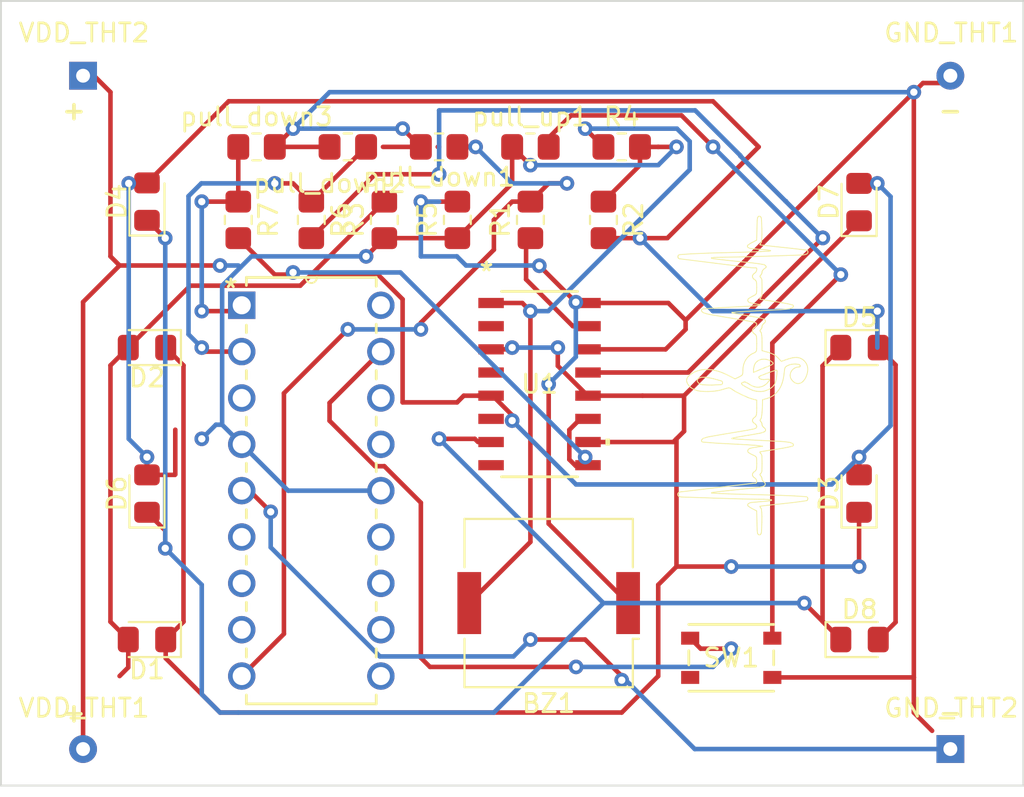
<source format=kicad_pcb>
(kicad_pcb (version 20211014) (generator pcbnew)
  (layers (0 "F.Cu" signal) (31 "B.Cu" signal) (34 "B.Paste" user) (35 "F.Paste" user) (36 "B.SilkS" user "B.Silkscreen") (37 "F.SilkS" user "F.Silkscreen") (38 "B.Mask" user) (39 "F.Mask" user) (44 "Edge.Cuts" user))
  (net 0 "")
  (net 1 "Net-(BZ1-Pad1)")
  (net 2 "Net-(BZ1-Pad2)")
  (net 3 "Net-(D1-Pad1)")
  (net 4 "Net-(D1-Pad2)")
  (net 5 "Net-(D4-Pad1)")
  (net 6 "Net-(D4-Pad2)")
  (net 7 "Net-(R1-Pad2)")
  (net 8 "Net-(R6-Pad1)")
  (net 9 "Net-(R7-Pad1)")
  (net 10 "Net-(SW1-Pad2)")
  (net 11 "Net-(R1-Pad1)")
  (net 12 "Net-(R6-Pad2)")
  (net 13 "Net-(R7-Pad2)")
  (net 14 "Net-(SW1-Pad1)")
  (net 31 "GND")
  (net 32 "+5V")
  (footprint "LED_SMD:LED_0805_2012Metric_Pad1.15x1.40mm_HandSolder" (layer "F.Cu") (at 157.025 125)
    (fp_text reference "D8")
    (fp_text value "LED")
  )
  (footprint "THT hole:VDD_THT" (layer "F.Cu") (at 114.5 94)
    (fp_text reference "VDD_THT2")
    (fp_text value "VDD_THT")
  )
  (footprint "Resistor_SMD:R_0805_2012Metric_Pad1.20x1.40mm_HandSolder" (layer "F.Cu") (at 123 102 -90)
    (fp_text reference "R7")
    (fp_text value "220R")
  )
  (footprint "MMPQ3904:SOIC16_3P9X9P9_ONS" (layer "F.Cu") (at 139.5 111)
    (fp_text reference "U1")
    (fp_text value "MMPQ3904")
  )
  (footprint "LED_SMD:LED_0805_2012Metric_Pad1.15x1.40mm_HandSolder" (layer "F.Cu") (at 118 117 90)
    (fp_text reference "D6")
    (fp_text value "LED")
  )
  (footprint "THT hole:GND_THT" (layer "F.Cu") (at 162 94)
    (fp_text reference "GND_THT1")
    (fp_text value "GND_THT")
  )
  (footprint "Resistor_SMD:R_0805_2012Metric_Pad1.20x1.40mm_HandSolder" (layer "F.Cu") (at 139 102 90)
    (fp_text reference "R1")
    (fp_text value "220R")
  )
  (footprint "LED_SMD:LED_0805_2012Metric_Pad1.15x1.40mm_HandSolder" (layer "F.Cu") (at 157 117 90)
    (fp_text reference "D3")
    (fp_text value "LED")
  )
  (footprint "THT hole:GND_THT" (layer "F.Cu") (at 162 131)
    (fp_text reference "GND_THT2")
    (fp_text value "GND_THT")
  )
  (footprint "Resistor_SMD:R_0805_2012Metric_Pad1.20x1.40mm_HandSolder" (layer "F.Cu") (at 131 102 90)
    (fp_text reference "R3")
    (fp_text value "220R")
  )
  (footprint "PTS815 SJM 250 SMTR LFS:SW4_PTS815 SJM 250 SMTR LFS_CNK" (layer "F.Cu") (at 150 126)
    (fp_text reference "SW1")
    (fp_text value "PTS815_SJM_250_SMTR_LFS" hide)
  )
  (footprint "Resistor_SMD:R_0805_2012Metric_Pad1.20x1.40mm_HandSolder" (layer "F.Cu") (at 135 102 90)
    (fp_text reference "R5")
    (fp_text value "220R")
  )
  (footprint "Resistor_SMD:R_0805_2012Metric_Pad1.20x1.40mm_HandSolder" (layer "F.Cu") (at 134 98 180)
    (fp_text reference "pull_down1")
    (fp_text value "1k")
  )
  (footprint "LED_SMD:LED_0805_2012Metric_Pad1.15x1.40mm_HandSolder" (layer "F.Cu") (at 118 125 180)
    (fp_text reference "D1")
    (fp_text value "LED")
  )
  (footprint "LED_SMD:LED_0805_2012Metric_Pad1.15x1.40mm_HandSolder" (layer "F.Cu") (at 157.025 109)
    (fp_text reference "D5")
    (fp_text value "LED")
  )
  (footprint "Resistor_SMD:R_0805_2012Metric_Pad1.20x1.40mm_HandSolder" (layer "F.Cu") (at 143 102 -90)
    (fp_text reference "R2")
    (fp_text value "220R")
  )
  (footprint "PIC16f627A THT:DIP254P762X533-18" (layer "F.Cu") (at 130.81 127)
    (fp_text reference "U2" hide)
    (fp_text value "PIC16F627-xxIP")
  )
  (footprint "LED_SMD:LED_0805_2012Metric_Pad1.15x1.40mm_HandSolder" (layer "F.Cu") (at 118 101 90)
    (fp_text reference "D4")
    (fp_text value "LED")
  )
  (footprint "LED_SMD:LED_0805_2012Metric_Pad1.15x1.40mm_HandSolder" (layer "F.Cu") (at 118 109 180)
    (fp_text reference "D2")
    (fp_text value "LED")
  )
  (footprint "Resistor_SMD:R_0805_2012Metric_Pad1.20x1.40mm_HandSolder" (layer "F.Cu") (at 129 98 180)
    (fp_text reference "pull_down2")
    (fp_text value "1k")
  )
  (footprint "Buzzer_Beeper:Buzzer_Murata_PKMCS0909E" (layer "F.Cu") (at 140 123 180)
    (fp_text reference "BZ1")
    (fp_text value "PKMCS0909E4000")
  )
  (footprint "Resistor_SMD:R_0805_2012Metric_Pad1.20x1.40mm_HandSolder" (layer "F.Cu") (at 139 98)
    (fp_text reference "pull_up1")
    (fp_text value "1k")
  )
  (footprint "Resistor_SMD:R_0805_2012Metric_Pad1.20x1.40mm_HandSolder" (layer "F.Cu") (at 127 102 -90)
    (fp_text reference "R6")
    (fp_text value "220R")
  )
  (footprint "THT hole:VDD_THT" (layer "F.Cu") (at 114.5 131)
    (fp_text reference "VDD_THT1")
    (fp_text value "VDD_THT")
  )
  (footprint "Resistor_SMD:R_0805_2012Metric_Pad1.20x1.40mm_HandSolder" (layer "F.Cu") (at 144 98)
    (fp_text reference "R4")
    (fp_text value "1M")
  )
  (footprint "Resistor_SMD:R_0805_2012Metric_Pad1.20x1.40mm_HandSolder" (layer "F.Cu") (at 124 98)
    (fp_text reference "pull_down3")
    (fp_text value "1k")
  )
  (footprint "LED_SMD:LED_0805_2012Metric_Pad1.15x1.40mm_HandSolder" (layer "F.Cu") (at 157 101.025 90)
    (fp_text reference "D7")
    (fp_text value "LED")
  )
  (gr_arc (start 151.278609 113.159178) (mid 151.255318 113.144826) (end 151.233923 113.127776) (layer "F.SilkS") (width 0.046))
  (gr_arc (start 147.658077 111.054004) (mid 147.607138 110.975062) (end 147.569836 110.888834) (layer "F.SilkS") (width 0.046))
  (gr_arc (start 151.862809 104.495726) (mid 151.885944 104.520455) (end 151.906942 104.547023) (layer "F.SilkS") (width 0.046))
  (gr_arc (start 148.498313 107.097224) (mid 148.434195 107.062367) (end 148.384558 107.008862) (layer "F.SilkS") (width 0.046))
  (gr_line (start 151.674853 102.489242) (end 151.661966 102.062924) (layer "F.SilkS") (width 0.046))
  (gr_arc (start 151.163821 117.833825) (mid 151.039489 117.761992) (end 150.923318 117.677596) (layer "F.SilkS") (width 0.046))
  (gr_arc (start 152.460173 110.238178) (mid 152.499518 110.255129) (end 152.514215 110.295376) (layer "F.SilkS") (width 0.046))
  (gr_arc (start 151.233923 113.127776) (mid 151.213864 113.107622) (end 151.196091 113.085426) (layer "F.SilkS") (width 0.046))
  (gr_arc (start 151.220189 110.212501) (mid 151.22138 110.179555) (end 151.224953 110.146782) (layer "F.SilkS") (width 0.046))
  (gr_line (start 150.041971 107.06857) (end 150.490397 107.036699) (layer "F.SilkS") (width 0.046))
  (gr_arc (start 153.228302 110.521366) (mid 153.245649 110.403595) (end 153.29355 110.294618) (layer "F.SilkS") (width 0.046))
  (gr_line (start 153.344511 106.656026) (end 153.110527 106.601936) (layer "F.SilkS") (width 0.046))
  (gr_arc (start 148.91552 104.095461) (mid 148.912195 104.083471) (end 148.92173 104.075553) (layer "F.SilkS") (width 0.046))
  (gr_line (start 152.075519 103.98428) (end 153.838795 103.925055) (layer "F.SilkS") (width 0.046))
  (gr_arc (start 147.145394 116.928013) (mid 147.196611 116.913556) (end 147.249055 116.904514) (layer "F.SilkS") (width 0.046))
  (gr_arc (start 151.196091 112.903339) (mid 151.213874 112.879534) (end 151.233916 112.857598) (layer "F.SilkS") (width 0.046))
  (gr_arc (start 148.314706 110.230906) (mid 148.485036 110.205813) (end 148.657049 110.198512) (layer "F.SilkS") (width 0.046))
  (gr_arc (start 151.351634 104.630713) (mid 151.201906 104.628328) (end 151.052723 104.615337) (layer "F.SilkS") (width 0.046))
  (gr_arc (start 151.196091 105.195201) (mid 151.181797 105.170826) (end 151.170399 105.144971) (layer "F.SilkS") (width 0.046))
  (gr_line (start 152.713276 114.141149) (end 151.643283 114.087137) (layer "F.SilkS") (width 0.046))
  (gr_arc (start 150.794702 109.671674) (mid 150.880271 109.554057) (end 150.982859 109.450948) (layer "F.SilkS") (width 0.046))
  (gr_line (start 149.831671 104.223167) (end 149.366577 104.169455) (layer "F.SilkS") (width 0.046))
  (gr_arc (start 152.085196 110.790969) (mid 152.054908 110.83826) (end 152.021606 110.883479) (layer "F.SilkS") (width 0.046))
  (gr_arc (start 151.161769 108.075078) (mid 151.163929 108.050151) (end 151.170347 108.025968) (layer "F.SilkS") (width 0.046))
  (gr_line (start 148.736397 103.821461) (end 147.793092 103.862169) (layer "F.SilkS") (width 0.046))
  (gr_arc (start 153.013247 110.027744) (mid 153.072002 109.994125) (end 153.133331 109.965468) (layer "F.SilkS") (width 0.046))
  (gr_arc (start 151.541499 101.796488) (mid 151.576905 101.803995) (end 151.606217 101.825224) (layer "F.SilkS") (width 0.046))
  (gr_line (start 151.597576 117.687328) (end 151.961866 117.645349) (layer "F.SilkS") (width 0.046))
  (gr_line (start 150.316829 107.150726) (end 150.074465 107.102916) (layer "F.SilkS") (width 0.046))
  (gr_arc (start 151.286703 109.922432) (mid 151.349852 109.821467) (end 151.437062 109.740375) (layer "F.SilkS") (width 0.046))
  (gr_arc (start 149.021482 110.233504) (mid 149.214034 110.276911) (end 149.402526 110.335487) (layer "F.SilkS") (width 0.046))
  (gr_arc (start 148.439372 111.033953) (mid 148.320788 111.005728) (end 148.216219 110.943086) (layer "F.SilkS") (width 0.046))
  (gr_arc (start 150.036733 107.084748) (mid 150.033852 107.07486) (end 150.041971 107.06857) (layer "F.SilkS") (width 0.046))
  (gr_arc (start 151.557279 106.6401) (mid 151.57355 106.644842) (end 151.588186 106.653387) (layer "F.SilkS") (width 0.046))
  (gr_line (start 151.474944 104.399066) (end 151.041558 104.344357) (layer "F.SilkS") (width 0.046))
  (gr_line (start 154.096456 117.16801) (end 153.457824 117.127998) (layer "F.SilkS") (width 0.046))
  (gr_arc (start 151.768213 113.366486) (mid 151.745947 113.342635) (end 151.725925 113.316871) (layer "F.SilkS") (width 0.046))
  (gr_arc (start 152.790695 110.930687) (mid 152.709269 111.133412) (end 152.598936 111.321968) (layer "F.SilkS") (width 0.046))
  (gr_arc (start 151.233924 105.240183) (mid 151.213754 105.218746) (end 151.196091 105.195201) (layer "F.SilkS") (width 0.046))
  (gr_line (start 153.047891 109.646205) (end 152.743264 109.751457) (layer "F.SilkS") (width 0.046))
  (gr_arc (start 151.078737 103.572333) (mid 150.985483 103.546851) (end 150.904593 103.493909) (layer "F.SilkS") (width 0.046))
  (gr_arc (start 152.44568 109.45952) (mid 152.50031 109.504241) (end 152.551321 109.553048) (layer "F.SilkS") (width 0.046))
  (gr_line (start 152.016134 103.65601) (end 152.143196 103.678376) (layer "F.SilkS") (width 0.046))
  (gr_arc (start 151.759778 116.603686) (mid 151.555496 116.650827) (end 151.348179 116.682024) (layer "F.SilkS") (width 0.046))
  (gr_arc (start 149.870056 111.208217) (mid 149.910819 111.213169) (end 149.949267 111.227595) (layer "F.SilkS") (width 0.046))
  (gr_line (start 149.036448 117.246079) (end 150.618839 117.294499) (layer "F.SilkS") (width 0.046))
  (gr_line (start 149.366577 104.169455) (end 148.964929 104.118158) (layer "F.SilkS") (width 0.046))
  (gr_arc (start 151.726161 116.297111) (mid 151.710318 116.272043) (end 151.696938 116.245579) (layer "F.SilkS") (width 0.046))
  (gr_arc (start 153.706565 109.925547) (mid 153.749836 109.948651) (end 153.776417 109.989893) (layer "F.SilkS") (width 0.046))
  (gr_arc (start 154.194075 103.795876) (mid 154.175307 103.831299) (end 154.147294 103.859977) (layer "F.SilkS") (width 0.046))
  (gr_arc (start 153.528761 109.901092) (mid 153.618266 109.908931) (end 153.706565 109.925547) (layer "F.SilkS") (width 0.046))
  (gr_line (start 152.514215 110.295376) (end 152.485627 110.582061) (layer "F.SilkS") (width 0.046))
  (gr_line (start 151.682949 108.490748) (end 151.668636 108.326165) (layer "F.SilkS") (width 0.046))
  (gr_line (start 152.849126 103.510925) (end 152.368553 103.460395) (layer "F.SilkS") (width 0.046))
  (gr_arc (start 151.644291 116.067456) (mid 151.656489 116.08916) (end 151.666956 116.111749) (layer "F.SilkS") (width 0.046))
  (gr_line (start 152.023464 109.26105) (end 151.687549 109.167462) (layer "F.SilkS") (width 0.046))
  (gr_arc (start 151.233916 112.857598) (mid 151.255277 112.838663) (end 151.278609 112.822216) (layer "F.SilkS") (width 0.046))
  (gr_arc (start 149.768819 111.222158) (mid 149.818955 111.211687) (end 149.870056 111.208217) (layer "F.SilkS") (width 0.046))
  (gr_arc (start 152.195137 117.336662) (mid 152.208076 117.343109) (end 152.213329 117.356593) (layer "F.SilkS") (width 0.046))
  (gr_line (start 150.609776 113.855613) (end 150.943561 113.800969) (layer "F.SilkS") (width 0.046))
  (gr_line (start 151.391626 103.110514) (end 151.163821 103.226731) (layer "F.SilkS") (width 0.046))
  (gr_arc (start 148.657049 110.198512) (mid 148.840021 110.208144) (end 149.021482 110.233504) (layer "F.SilkS") (width 0.046))
  (gr_line (start 152.010009 117.321567) (end 152.195137 117.336662) (layer "F.SilkS") (width 0.046))
  (gr_arc (start 150.982859 109.450948) (mid 151.098964 109.366051) (end 151.227052 109.300615) (layer "F.SilkS") (width 0.046))
  (gr_arc (start 151.349764 107.646565) (mid 151.383052 107.675781) (end 151.395449 107.718307) (layer "F.SilkS") (width 0.046))
  (gr_line (start 148.834475 114.209663) (end 149.289178 114.24169) (layer "F.SilkS") (width 0.046))
  (gr_line (start 151.391036 105.503774) (end 151.395449 105.706027) (layer "F.SilkS") (width 0.046))
  (gr_line (start 150.865152 114.32514) (end 151.285437 114.352173) (layer "F.SilkS") (width 0.046))
  (gr_arc (start 151.860132 116.506692) (mid 151.822415 116.568082) (end 151.759778 116.603686) (layer "F.SilkS") (width 0.046))
  (gr_arc (start 151.666956 116.111749) (mid 151.675609 116.13503) (end 151.682428 116.158913) (layer "F.SilkS") (width 0.046))
  (gr_arc (start 150.909235 103.386587) (mid 151.032972 103.300996) (end 151.163821 103.226731) (layer "F.SilkS") (width 0.046))
  (gr_arc (start 147.09382 117.115944) (mid 147.084657 117.098945) (end 147.077833 117.080881) (layer "F.SilkS") (width 0.046))
  (gr_arc (start 147.108427 104.101434) (mid 147.098478 104.090101) (end 147.091055 104.076976) (layer "F.SilkS") (width 0.046))
  (gr_arc (start 147.117479 116.94432) (mid 147.130614 116.934759) (end 147.145394 116.928013) (layer "F.SilkS") (width 0.046))
  (gr_arc (start 151.394166 104.664864) (mid 151.398057 104.709359) (end 151.392059 104.753619) (layer "F.SilkS") (width 0.046))
  (gr_arc (start 148.149698 110.858023) (mid 148.137669 110.814317) (end 148.141894 110.769184) (layer "F.SilkS") (width 0.046))
  (gr_arc (start 154.190428 117.306122) (mid 154.186498 117.323967) (end 154.180353 117.341174) (layer "F.SilkS") (width 0.046))
  (gr_arc (start 151.278609 116.138598) (mid 151.255183 116.123951) (end 151.233924 116.106303) (layer "F.SilkS") (width 0.046))
  (gr_line (start 151.687549 109.167462) (end 151.687549 108.692154) (layer "F.SilkS") (width 0.046))
  (gr_arc (start 151.319619 114.951223) (mid 151.349679 114.977148) (end 151.370411 115.011002) (layer "F.SilkS") (width 0.046))
  (gr_arc (start 151.617445 105.167322) (mid 151.659345 105.228231) (end 151.676694 105.300096) (layer "F.SilkS") (width 0.046))
  (gr_arc (start 151.317246 106.103289) (mid 151.259346 106.138906) (end 151.199027 106.170253) (layer "F.SilkS") (width 0.046))
  (gr_line (start 151.78657 117.310564) (end 152.010009 117.321567) (layer "F.SilkS") (width 0.046))
  (gr_arc (start 151.687549 107.8384) (mid 151.689919 107.815902) (end 151.696938 107.794397) (layer "F.SilkS") (width 0.046))
  (gr_arc (start 151.682428 116.158913) (mid 151.686265 116.180091) (end 151.687549 116.201576) (layer "F.SilkS") (width 0.046))
  (gr_arc (start 152.323969 109.380419) (mid 152.386229 109.417808) (end 152.44568 109.45952) (layer "F.SilkS") (width 0.046))
  (gr_line (start 151.961866 117.645349) (end 152.37218 117.599779) (layer "F.SilkS") (width 0.046))
  (gr_arc (start 151.619921 113.056498) (mid 151.633867 113.072246) (end 151.645822 113.089556) (layer "F.SilkS") (width 0.046))
  (gr_line (start 152.105967 110.351623) (end 152.275202 110.292198) (layer "F.SilkS") (width 0.046))
  (gr_arc (start 151.940416 109.64953) (mid 152.075932 109.692984) (end 152.201724 109.759534) (layer "F.SilkS") (width 0.046))
  (gr_arc (start 151.696938 107.794397) (mid 151.710321 107.767934) (end 151.726161 107.742865) (layer "F.SilkS") (width 0.046))
  (gr_arc (start 151.02841 114.522951) (mid 151.199955 114.482723) (end 151.373678 114.453291) (layer "F.SilkS") (width 0.046))
  (gr_arc (start 150.036733 113.97466) (mid 150.054536 113.962874) (end 150.074761 113.956035) (layer "F.SilkS") (width 0.046))
  (gr_arc (start 147.563673 110.73493) (mid 147.595624 110.652744) (end 147.646924 110.581028) (layer "F.SilkS") (width 0.046))
  (gr_line (start 150.373099 104.277419) (end 149.831671 104.223167) (layer "F.SilkS") (width 0.046))
  (gr_arc (start 151.395449 113.330251) (mid 151.383021 113.376038) (end 151.349115 113.409211) (layer "F.SilkS") (width 0.046))
  (gr_line (start 151.677441 106.120362) (end 151.687962 105.710204) (layer "F.SilkS") (width 0.046))
  (gr_arc (start 153.291991 110.73973) (mid 153.243849 110.6353) (end 153.228302 110.521366) (layer "F.SilkS") (width 0.046))
  (gr_arc (start 151.644291 107.97252) (mid 151.631867 107.990315) (end 151.617445 108.006534) (layer "F.SilkS") (width 0.046))
  (gr_arc (start 151.725925 113.316871) (mid 151.710175 113.292126) (end 151.696906 113.265968) (layer "F.SilkS") (width 0.046))
  (gr_arc (start 148.299496 110.64689) (mid 148.44604 110.625503) (end 148.594065 110.630079) (layer "F.SilkS") (width 0.046))
  (gr_arc (start 154.092488 110.609544) (mid 154.020097 110.73989) (end 153.925437 110.855087) (layer "F.SilkS") (width 0.046))
  (gr_arc (start 151.818192 113.40693) (mid 151.792249 113.387886) (end 151.768213 113.366486) (layer "F.SilkS") (width 0.046))
  (gr_line (start 148.828636 107.184723) (end 149.564122 107.313403) (layer "F.SilkS") (width 0.046))
  (gr_arc (start 151.588186 106.653387) (mid 151.590953 106.660926) (end 151.585159 106.66644) (layer "F.SilkS") (width 0.046))
  (gr_arc (start 147.077833 117.080881) (mid 147.07374 117.062697) (end 147.072369 117.044108) (layer "F.SilkS") (width 0.046))
  (gr_arc (start 151.233915 107.924207) (mid 151.255123 107.904614) (end 151.278609 107.88782) (layer "F.SilkS") (width 0.046))
  (gr_arc (start 153.709268 110.96676) (mid 153.593313 110.965246) (end 153.484842 110.92423) (layer "F.SilkS") (width 0.046))
  (gr_arc (start 151.391968 109.068067) (mid 151.386594 109.124532) (end 151.373253 109.179661) (layer "F.SilkS") (width 0.046))
  (gr_line (start 151.439264 110.263292) (end 151.220189 110.356586) (layer "F.SilkS") (width 0.046))
  (gr_line (start 150.943561 113.800969) (end 151.543004 113.697116) (layer "F.SilkS") (width 0.046))
  (gr_arc (start 151.818192 113.40693) (mid 151.861398 113.453648) (end 151.87826 113.514995) (layer "F.SilkS") (width 0.046))
  (gr_line (start 152.890965 110.448842) (end 152.921249 110.198213) (layer "F.SilkS") (width 0.046))
  (gr_arc (start 152.023464 109.26105) (mid 152.104389 109.285818) (end 152.183956 109.314653) (layer "F.SilkS") (width 0.046))
  (gr_line (start 151.67825 118.257937) (end 151.670325 118.02927) (layer "F.SilkS") (width 0.046))
  (gr_line (start 148.442504 114.176527) (end 148.834475 114.209663) (layer "F.SilkS") (width 0.046))
  (gr_arc (start 150.635989 110.260371) (mid 150.646127 110.102901) (end 150.67637 109.94803) (layer "F.SilkS") (width 0.046))
  (gr_arc (start 153.365549 106.797896) (mid 153.2722 106.843145) (end 153.171886 106.869577) (layer "F.SilkS") (width 0.046))
  (gr_arc (start 151.361127 113.235225) (mid 151.375391 113.258922) (end 151.386833 113.284102) (layer "F.SilkS") (width 0.046))
  (gr_arc (start 151.596921 106.351757) (mid 151.585151 106.348231) (end 151.574604 106.341924) (layer "F.SilkS") (width 0.046))
  (gr_arc (start 154.112432 109.879661) (mid 154.157688 109.984866) (end 154.183289 110.096494) (layer "F.SilkS") (width 0.046))
  (gr_arc (start 151.195443 107.594197) (mid 151.274041 107.616147) (end 151.349764 107.646565) (layer "F.SilkS") (width 0.046))
  (gr_arc (start 151.170351 113.039069) (mid 151.163924 113.017916) (end 151.161769 112.995915) (layer "F.SilkS") (width 0.046))
  (gr_arc (start 151.323294 113.191162) (mid 151.343426 113.21215) (end 151.361127 113.235225) (layer "F.SilkS") (width 0.046))
  (gr_arc (start 151.205584 114.892401) (mid 151.263784 114.91952) (end 151.319619 114.951223) (layer "F.SilkS") (width 0.046))
  (gr_line (start 151.623005 117.442152) (end 151.107369 117.487187) (layer "F.SilkS") (width 0.046))
  (gr_line (start 151.315623 106.70736) (end 150.897959 106.734416) (layer "F.SilkS") (width 0.046))
  (gr_arc (start 151.589117 111.406487) (mid 151.488569 111.402929) (end 151.388532 111.392195) (layer "F.SilkS") (width 0.046))
  (gr_arc (start 152.890965 110.448842) (mid 152.853257 110.69235) (end 152.790695 110.930687) (layer "F.SilkS") (width 0.046))
  (gr_arc (start 151.687549 104.85898) (mid 151.689923 104.836484) (end 151.696938 104.814977) (layer "F.SilkS") (width 0.046))
  (gr_arc (start 151.617445 116.033442) (mid 151.600882 116.015152) (end 151.586214 115.995309) (layer "F.SilkS") (width 0.046))
  (gr_line (start 151.239728 110.067858) (end 151.261217 109.988823) (layer "F.SilkS") (width 0.046))
  (gr_arc (start 152.028577 110.730142) (mid 152.056016 110.734067) (end 152.079512 110.74876) (layer "F.SilkS") (width 0.046))
  (gr_arc (start 151.574604 106.341924) (mid 151.570454 106.336313) (end 151.569839 106.32937) (layer "F.SilkS") (width 0.046))
  (gr_arc (start 150.909441 114.630154) (mid 150.956048 114.562265) (end 151.02841 114.522951) (layer "F.SilkS") (width 0.046))
  (gr_arc (start 151.326327 109.244823) (mid 151.278356 109.275685) (end 151.227052 109.300615) (layer "F.SilkS") (width 0.046))
  (gr_arc (start 151.682601 113.17967) (mid 151.686311 113.200769) (end 151.687549 113.222156) (layer "F.SilkS") (width 0.046))
  (gr_line (start 151.623903 110.536838) (end 151.916989 110.422077) (layer "F.SilkS") (width 0.046))
  (gr_line (start 151.818994 104.671415) (end 151.891506 104.617468) (layer "F.SilkS") (width 0.046))
  (gr_arc (start 148.394449 114.154106) (mid 148.371052 114.104601) (end 148.384381 114.051487) (layer "F.SilkS") (width 0.046))
  (gr_arc (start 148.384381 114.051487) (mid 148.434283 113.998049) (end 148.498577 113.963241) (layer "F.SilkS") (width 0.046))
  (gr_line (start 151.626997 103.736913) (end 151.100174 103.758152) (layer "F.SilkS") (width 0.046))
  (gr_arc (start 151.233924 116.106303) (mid 151.213753 116.084867) (end 151.196091 116.061321) (layer "F.SilkS") (width 0.046))
  (gr_arc (start 151.653404 103.195186) (mid 151.642904 103.232091) (end 151.622713 103.264719) (layer "F.SilkS") (width 0.046))
  (gr_arc (start 151.569839 114.730602) (mid 151.570456 114.723491) (end 151.574604 114.717686) (layer "F.SilkS") (width 0.046))
  (gr_arc (start 151.391292 112.555713) (mid 151.385967 112.620357) (end 151.374477 112.684194) (layer "F.SilkS") (width 0.046))
  (gr_line (start 149.217324 116.67052) (end 147.249055 116.904514) (layer "F.SilkS") (width 0.046))
  (gr_arc (start 151.645822 113.089556) (mid 151.657601 113.11088) (end 151.667683 113.133057) (layer "F.SilkS") (width 0.046))
  (gr_line (start 150.208867 110.712318) (end 149.794413 110.503139) (layer "F.SilkS") (width 0.046))
  (gr_arc (start 148.052912 110.309276) (mid 148.181993 110.264024) (end 148.314706 110.230906) (layer "F.SilkS") (width 0.046))
  (gr_line (start 149.52406 104.045658) (end 150.448361 104.033094) (layer "F.SilkS") (width 0.046))
  (gr_line (start 149.832319 116.836102) (end 150.373099 116.782318) (layer "F.SilkS") (width 0.046))
  (gr_line (start 150.928089 107.257109) (end 150.600236 107.202619) (layer "F.SilkS") (width 0.046))
  (gr_line (start 150.473049 117.034987) (end 149.864866 117.017168) (layer "F.SilkS") (width 0.046))
  (gr_arc (start 153.469308 110.124802) (mid 153.583163 110.078648) (end 153.705006 110.062918) (layer "F.SilkS") (width 0.046))
  (gr_line (start 149.270459 104.049144) (end 149.52406 104.045658) (layer "F.SilkS") (width 0.046))
  (gr_arc (start 151.526394 110.590563) (mid 151.573508 110.560723) (end 151.623903 110.536838) (layer "F.SilkS") (width 0.046))
  (gr_line (start 151.687962 115.350352) (end 151.677441 114.940194) (layer "F.SilkS") (width 0.046))
  (gr_line (start 150.400024 106.762774) (end 149.848538 106.789691) (layer "F.SilkS") (width 0.046))
  (gr_line (start 150.775218 110.889583) (end 150.848591 110.923963) (layer "F.SilkS") (width 0.046))
  (gr_line (start 151.699602 112.344672) (end 151.716759 111.857298) (layer "F.SilkS") (width 0.046))
  (gr_arc (start 151.55619 111.161882) (mid 151.419285 111.167702) (end 151.283946 111.14625) (layer "F.SilkS") (width 0.046))
  (gr_arc (start 154.176295 110.342565) (mid 154.141894 110.47841) (end 154.092488 110.609544) (layer "F.SilkS") (width 0.046))
  (gr_arc (start 148.442504 114.176527) (mid 148.416501 114.169552) (end 148.394449 114.154106) (layer "F.SilkS") (width 0.046))
  (gr_arc (start 151.323303 107.852749) (mid 151.301897 107.871484) (end 151.278609 107.88782) (layer "F.SilkS") (width 0.046))
  (gr_arc (start 154.16261 117.367365) (mid 154.140705 117.383166) (end 154.114945 117.391301) (layer "F.SilkS") (width 0.046))
  (gr_arc (start 152.201724 109.759534) (mid 152.243949 109.792055) (end 152.280327 109.831006) (layer "F.SilkS") (width 0.046))
  (gr_arc (start 153.365785 114.262372) (mid 153.40117 114.310745) (end 153.391685 114.369918) (layer "F.SilkS") (width 0.046))
  (gr_arc (start 151.283946 111.14625) (mid 151.14754 111.097708) (end 151.021277 111.026848) (layer "F.SilkS") (width 0.046))
  (gr_arc (start 148.384558 107.008862) (mid 148.371386 106.955602) (end 148.394886 106.906013) (layer "F.SilkS") (width 0.046))
  (gr_arc (start 147.811567 111.203784) (mid 147.729487 111.134361) (end 147.658077 111.054004) (layer "F.SilkS") (width 0.046))
  (gr_line (start 152.039921 117.402184) (end 151.84934 117.424794) (layer "F.SilkS") (width 0.046))
  (gr_arc (start 148.141894 110.769184) (mid 148.162078 110.726879) (end 148.195275 110.693784) (layer "F.SilkS") (width 0.046))
  (gr_line (start 151.687549 108.692154) (end 151.682949 108.490748) (layer "F.SilkS") (width 0.046))
  (gr_line (start 151.594165 103.61659) (end 151.830591 103.634322) (layer "F.SilkS") (width 0.046))
  (gr_line (start 150.489939 103.775449) (end 148.736397 103.821461) (layer "F.SilkS") (width 0.046))
  (gr_arc (start 154.068164 103.896569) (mid 153.954115 103.915927) (end 153.838795 103.925055) (layer "F.SilkS") (width 0.046))
  (gr_line (start 147.176186 104.133056) (end 149.16283 104.381316) (layer "F.SilkS") (width 0.046))
  (gr_arc (start 151.347811 104.857381) (mid 151.317416 104.894175) (end 151.278609 104.921958) (layer "F.SilkS") (width 0.046))
  (gr_arc (start 151.421034 102.051009) (mid 151.427249 101.972769) (end 151.439745 101.895284) (layer "F.SilkS") (width 0.046))
  (gr_arc (start 152.418369 110.244779) (mid 152.439012 110.239837) (end 152.460173 110.238178) (layer "F.SilkS") (width 0.046))
  (gr_arc (start 151.666956 104.948807) (mid 151.656484 104.971394) (end 151.644291 104.9931) (layer "F.SilkS") (width 0.046))
  (gr_arc (start 151.598062 117.762869) (mid 151.588891 117.747921) (end 151.580962 117.732278) (layer "F.SilkS") (width 0.046))
  (gr_arc (start 150.074465 107.102916) (mid 150.054461 107.096198) (end 150.036733 107.084748) (layer "F.SilkS") (width 0.046))
  (gr_arc (start 151.818994 116.389141) (mid 151.858923 116.441144) (end 151.860132 116.506692) (layer "F.SilkS") (width 0.046))
  (gr_line (start 152.082254 103.714178) (end 151.626997 103.736913) (layer "F.SilkS") (width 0.046))
  (gr_arc (start 151.170347 108.025968) (mid 151.181808 107.998762) (end 151.196091 107.972926) (layer "F.SilkS") (width 0.046))
  (gr_line (start 153.746253 103.610883) (end 153.331608 103.562446) (layer "F.SilkS") (width 0.046))
  (gr_arc (start 151.586214 108.044667) (mid 151.600884 108.024826) (end 151.617445 108.006534) (layer "F.SilkS") (width 0.046))
  (gr_arc (start 152.021606 110.883479) (mid 151.924373 110.986485) (end 151.810423 111.070629) (layer "F.SilkS") (width 0.046))
  (gr_line (start 152.275202 110.292198) (end 152.418369 110.244779) (layer "F.SilkS") (width 0.046))
  (gr_arc (start 150.578438 111.005839) (mid 150.567889 110.987534) (end 150.56519 110.966582) (layer "F.SilkS") (width 0.046))
  (gr_arc (start 151.805285 111.381351) (mid 151.697927 111.400159) (end 151.589117 111.406487) (layer "F.SilkS") (width 0.046))
  (gr_arc (start 147.117478 117.144051) (mid 147.104665 117.130825) (end 147.09382 117.115944) (layer "F.SilkS") (width 0.046))
  (gr_line (start 151.822601 110.105139) (end 151.67979 110.163288) (layer "F.SilkS") (width 0.046))
  (gr_arc (start 150.702914 110.885633) (mid 150.719166 110.882783) (end 150.73563 110.881693) (layer "F.SilkS") (width 0.046))
  (gr_arc (start 151.661966 118.997632) (mid 151.65581 119.079576) (end 151.643384 119.160805) (layer "F.SilkS") (width 0.046))
  (gr_line (start 152.368553 103.460395) (end 151.960138 103.415025) (layer "F.SilkS") (width 0.046))
  (gr_arc (start 151.17028 112.952014) (mid 151.181914 112.927003) (end 151.196091 112.903339) (layer "F.SilkS") (width 0.046))
  (gr_line (start 149.530678 111.292791) (end 149.768819 111.222158) (layer "F.SilkS") (width 0.046))
  (gr_arc (start 154.148971 103.670737) (mid 154.176052 103.694508) (end 154.193854 103.725836) (layer "F.SilkS") (width 0.046))
  (gr_line (start 151.453869 114.369564) (end 151.716759 114.406156) (layer "F.SilkS") (width 0.046))
  (gr_line (start 151.849039 106.393547) (end 151.596921 106.351757) (layer "F.SilkS") (width 0.046))
  (gr_line (start 151.391626 117.950042) (end 151.408143 118.607055) (layer "F.SilkS") (width 0.046))
  (gr_arc (start 153.777995 110.01768) (mid 153.773372 110.030482) (end 153.765335 110.041467) (layer "F.SilkS") (width 0.046))
  (gr_arc (start 151.606217 119.235332) (mid 151.576904 119.25656) (end 151.541499 119.264068) (layer "F.SilkS") (width 0.046))
  (gr_arc (start 151.591656 113.020287) (mid 151.584586 113.00401) (end 151.581971 112.986458) (layer "F.SilkS") (width 0.046))
  (gr_arc (start 151.233923 108.219488) (mid 151.213742 108.197882) (end 151.196091 108.174163) (layer "F.SilkS") (width 0.046))
  (gr_arc (start 151.391049 105.943049) (mid 151.384665 105.992638) (end 151.369443 106.040263) (layer "F.SilkS") (width 0.046))
  (gr_line (start 150.074761 113.956035) (end 150.321373 113.907818) (layer "F.SilkS") (width 0.046))
  (gr_line (start 153.109421 114.457585) (end 153.345518 114.403388) (layer "F.SilkS") (width 0.046))
  (gr_line (start 153.110527 106.601936) (end 152.821067 106.545367) (layer "F.SilkS") (width 0.046))
  (gr_arc (start 151.598062 103.297687) (mid 151.60997 103.280891) (end 151.622713 103.264719) (layer "F.SilkS") (width 0.046))
  (gr_line (start 150.933714 110.970994) (end 151.021277 111.026848) (layer "F.SilkS") (width 0.046))
  (gr_arc (start 153.484842 110.92423) (mid 153.377878 110.842995) (end 153.291991 110.73973) (layer "F.SilkS") (width 0.046))
  (gr_arc (start 151.818994 116.389141) (mid 151.792895 116.369544) (end 151.768707 116.34763) (layer "F.SilkS") (width 0.046))
  (gr_arc (start 149.444688 110.821906) (mid 149.503535 110.864508) (end 149.526009 110.93359) (layer "F.SilkS") (width 0.046))
  (gr_line (start 151.661966 118.997632) (end 151.674853 118.571314) (layer "F.SilkS") (width 0.046))
  (gr_arc (start 152.079512 110.74876) (mid 152.089739 110.768878) (end 152.085196 110.790969) (layer "F.SilkS") (width 0.046))
  (gr_arc (start 151.590285 112.951201) (mid 151.602749 112.930113) (end 151.617369 112.910457) (layer "F.SilkS") (width 0.046))
  (gr_arc (start 151.576989 117.695631) (mid 151.586724 117.690096) (end 151.597576 117.687328) (layer "F.SilkS") (width 0.046))
  (gr_arc (start 151.593766 114.779599) (mid 151.584714 114.76656) (end 151.577032 114.752668) (layer "F.SilkS") (width 0.046))
  (gr_arc (start 153.391306 106.690025) (mid 153.400872 106.749327) (end 153.365549 106.797896) (layer "F.SilkS") (width 0.046))
  (gr_arc (start 151.617445 108.146742) (mid 151.600882 108.128452) (end 151.586214 108.108609) (layer "F.SilkS") (width 0.046))
  (gr_arc (start 151.574604 114.717686) (mid 151.585191 114.711083) (end 151.597125 114.707445) (layer "F.SilkS") (width 0.046))
  (gr_arc (start 154.183568 117.232619) (mid 154.188883 117.250012) (end 154.191718 117.267977) (layer "F.SilkS") (width 0.046))
  (gr_arc (start 150.948053 106.315595) (mid 151.070563 106.237783) (end 151.199027 106.170253) (layer "F.SilkS") (width 0.046))
  (gr_line (start 151.1506 116.4415) (end 149.217324 116.67052) (layer "F.SilkS") (width 0.046))
  (gr_line (start 152.195684 117.377527) (end 152.039921 117.402184) (layer "F.SilkS") (width 0.046))
  (gr_arc (start 147.081303 104.043357) (mid 147.079635 104.024779) (end 147.080256 104.006136) (layer "F.SilkS") (width 0.046))
  (gr_line (start 148.92173 104.075553) (end 149.069219 104.060138) (layer "F.SilkS") (width 0.046))
  (gr_line (start 151.670325 118.02927) (end 151.653404 117.86537) (layer "F.SilkS") (width 0.046))
  (gr_line (start 151.585159 106.66644) (end 151.453869 106.690736) (layer "F.SilkS") (width 0.046))
  (gr_line (start 151.543882 110.219318) (end 151.439264 110.263292) (layer "F.SilkS") (width 0.046))
  (gr_line (start 149.848538 106.789691) (end 149.307761 106.817855) (layer "F.SilkS") (width 0.046))
  (gr_line (start 151.687962 105.710204) (end 151.676694 105.300096) (layer "F.SilkS") (width 0.046))
  (gr_line (start 149.030477 110.706889) (end 149.444688 110.821906) (layer "F.SilkS") (width 0.046))
  (gr_arc (start 153.047891 109.646205) (mid 153.20011 109.59868) (end 153.35491 109.560392) (layer "F.SilkS") (width 0.046))
  (gr_arc (start 151.572617 103.352775) (mid 151.576174 103.340317) (end 151.580962 103.328278) (layer "F.SilkS") (width 0.046))
  (gr_line (start 151.408143 102.453501) (end 151.391626 103.110514) (layer "F.SilkS") (width 0.046))
  (gr_arc (start 151.643384 119.160805) (mid 151.629908 119.200616) (end 151.606217 119.235332) (layer "F.SilkS") (width 0.046))
  (gr_arc (start 151.476994 119.23651) (mid 151.453323 119.20353) (end 151.439745 119.165272) (layer "F.SilkS") (width 0.046))
  (gr_arc (start 151.772153 104.448478) (mid 151.820999 104.465347) (end 151.862809 104.495726) (layer "F.SilkS") (width 0.046))
  (gr_arc (start 151.261217 109.988823) (mid 151.272951 109.95524) (end 151.286703 109.922432) (layer "F.SilkS") (width 0.046))
  (gr_arc (start 151.643751 112.855069) (mid 151.634007 112.884404) (end 151.617369 112.910457) (layer "F.SilkS") (width 0.046))
  (gr_arc (start 151.696938 104.814977) (mid 151.710322 104.788515) (end 151.726161 104.763445) (layer "F.SilkS") (width 0.046))
  (gr_line (start 151.395449 115.348657) (end 151.39108 115.554708) (layer "F.SilkS") (width 0.046))
  (gr_arc (start 151.170399 116.011091) (mid 151.16395 115.987601) (end 151.161769 115.963338) (layer "F.SilkS") (width 0.046))
  (gr_arc (start 151.369443 106.040263) (mid 151.34797 106.075607) (end 151.317246 106.103289) (layer "F.SilkS") (width 0.046))
  (gr_line (start 150.490397 107.036699) (end 151.013282 107.004514) (layer "F.SilkS") (width 0.046))
  (gr_arc (start 150.54529 110.543651) (mid 150.484748 110.5787) (end 150.422428 110.610478) (layer "F.SilkS") (width 0.046))
  (gr_arc (start 151.170399 115.915585) (mid 151.181796 115.889729) (end 151.196091 115.865355) (layer "F.SilkS") (width 0.046))
  (gr_line (start 150.373099 116.782318) (end 151.348179 116.682024) (layer "F.SilkS") (width 0.046))
  (gr_arc (start 147.820467 110.432456) (mid 147.933494 110.364836) (end 148.052912 110.309276) (layer "F.SilkS") (width 0.046))
  (gr_arc (start 152.921249 110.198213) (mid 152.933307 110.144277) (end 152.953972 110.09302) (layer "F.SilkS") (width 0.046))
  (gr_line (start 152.855008 117.549013) (end 153.339866 117.495722) (layer "F.SilkS") (width 0.046))
  (gr_arc (start 148.216219 110.943086) (mid 148.178379 110.904136) (end 148.149698 110.858023) (layer "F.SilkS") (width 0.046))
  (gr_line (start 151.224953 110.146782) (end 151.239728 110.067858) (layer "F.SilkS") (width 0.046))
  (gr_line (start 149.360666 116.99561) (end 148.930824 116.972622) (layer "F.SilkS") (width 0.046))
  (gr_arc (start 148.498577 113.963241) (mid 148.662225 113.913199) (end 148.829203 113.875739) (layer "F.SilkS") (width 0.046))
  (gr_arc (start 151.618419 114.807596) (mid 151.660234 114.868421) (end 151.677441 114.940194) (layer "F.SilkS") (width 0.046))
  (gr_arc (start 151.644291 104.9931) (mid 151.631868 105.010896) (end 151.617445 105.027114) (layer "F.SilkS") (width 0.046))
  (gr_line (start 151.849151 114.665493) (end 152.13691 114.619646) (layer "F.SilkS") (width 0.046))
  (gr_line (start 152.473304 106.48981) (end 152.136676 106.439292) (layer "F.SilkS") (width 0.046))
  (gr_arc (start 151.77785 110.751097) (mid 151.732099 110.749183) (end 151.686662 110.743499) (layer "F.SilkS") (width 0.046))
  (gr_arc (start 151.013088 106.534236) (mid 150.948146 106.497319) (end 150.908316 106.434132) (layer "F.SilkS") (width 0.046))
  (gr_line (start 151.916989 110.422077) (end 152.105967 110.351623) (layer "F.SilkS") (width 0.046))
  (gr_line (start 149.369338 116.887932) (end 149.832319 116.836102) (layer "F.SilkS") (width 0.046))
  (gr_arc (start 151.586214 105.129189) (mid 151.579011 105.113919) (end 151.576551 105.097218) (layer "F.SilkS") (width 0.046))
  (gr_arc (start 148.930824 116.972622) (mid 148.922163 116.966065) (end 148.924919 116.955547) (layer "F.SilkS") (width 0.046))
  (gr_line (start 151.772153 104.448478) (end 151.474944 104.399066) (layer "F.SilkS") (width 0.046))
  (gr_arc (start 149.949267 111.227595) (mid 150.004298 111.258635) (end 150.057015 111.293459) (layer "F.SilkS") (width 0.046))
  (gr_line (start 151.395449 108.772646) (end 151.391968 109.068067) (layer "F.SilkS") (width 0.046))
  (gr_arc (start 151.392349 116.308902) (mid 151.394603 116.352581) (end 151.385032 116.395257) (layer "F.SilkS") (width 0.046))
  (gr_line (start 154.106735 103.655815) (end 153.746253 103.610883) (layer "F.SilkS") (width 0.046))
  (gr_line (start 152.473683 114.569187) (end 152.819338 114.514089) (layer "F.SilkS") (width 0.046))
  (gr_arc (start 151.810423 111.070629) (mid 151.687938 111.129159) (end 151.55619 111.161882) (layer "F.SilkS") (width 0.046))
  (gr_line (start 149.564122 107.313403) (end 150.852546 107.527654) (layer "F.SilkS") (width 0.046))
  (gr_arc (start 150.638182 111.05781) (mid 150.60655 111.033848) (end 150.578438 111.005839) (layer "F.SilkS") (width 0.046))
  (gr_arc (start 151.617445 116.033442) (mid 151.631864 116.049662) (end 151.644291 116.067456) (layer "F.SilkS") (width 0.046))
  (gr_line (start 151.597125 114.707445) (end 151.849151 114.665493) (layer "F.SilkS") (width 0.046))
  (gr_arc (start 151.576551 108.076638) (mid 151.57903 108.059943) (end 151.586214 108.044667) (layer "F.SilkS") (width 0.046))
  (gr_arc (start 151.818739 113.610196) (mid 151.683437 113.661796) (end 151.543004 113.697116) (layer "F.SilkS") (width 0.046))
  (gr_arc (start 152.143196 103.678376) (mid 152.150901 103.6866) (end 152.145788 103.696645) (layer "F.SilkS") (width 0.046))
  (gr_arc (start 151.586214 108.108609) (mid 151.579032 108.093336) (end 151.576551 108.076638) (layer "F.SilkS") (width 0.046))
  (gr_arc (start 151.686662 110.743499) (mid 151.646945 110.734933) (end 151.608197 110.722708) (layer "F.SilkS") (width 0.046))
  (gr_arc (start 154.183289 110.096494) (mid 154.189861 110.219815) (end 154.176295 110.342565) (layer "F.SilkS") (width 0.046))
  (gr_arc (start 150.67637 109.94803) (mid 150.725334 109.805484) (end 150.794702 109.671674) (layer "F.SilkS") (width 0.046))
  (gr_arc (start 148.007518 111.312303) (mid 147.90614 111.264186) (end 147.811567 111.203784) (layer "F.SilkS") (width 0.046))
  (gr_arc (start 151.349115 113.409211) (mid 151.279886 113.441649) (end 151.20674 113.463886) (layer "F.SilkS") (width 0.046))
  (gr_arc (start 151.278609 105.272478) (mid 151.255179 105.257835) (end 151.233924 105.240183) (layer "F.SilkS") (width 0.046))
  (gr_arc (start 151.196091 113.085426) (mid 151.181896 113.062983) (end 151.170351 113.039069) (layer "F.SilkS") (width 0.046))
  (gr_arc (start 153.171424 114.190904) (mid 153.272044 114.217282) (end 153.365785 114.262372) (layer "F.SilkS") (width 0.046))
  (gr_line (start 151.421034 102.051009) (end 151.408143 102.453501) (layer "F.SilkS") (width 0.046))
  (gr_line (start 150.27937 111.432234) (end 150.589179 111.589805) (layer "F.SilkS") (width 0.046))
  (gr_arc (start 151.338731 115.737768) (mid 151.311261 115.766019) (end 151.278609 115.788078) (layer "F.SilkS") (width 0.046))
  (gr_arc (start 152.713276 114.141149) (mid 152.942999 114.160049) (end 153.171424 114.190904) (layer "F.SilkS") (width 0.046))
  (gr_arc (start 151.580962 103.328278) (mid 151.588883 103.312631) (end 151.598062 103.297687) (layer "F.SilkS") (width 0.046))
  (gr_arc (start 152.322341 111.608005) (mid 152.155249 111.71025) (end 151.972903 111.781831) (layer "F.SilkS") (width 0.046))
  (gr_line (start 151.830591 103.634322) (end 152.016134 103.65601) (layer "F.SilkS") (width 0.046))
  (gr_arc (start 148.308102 111.386894) (mid 148.155244 111.359937) (end 148.007518 111.312303) (layer "F.SilkS") (width 0.046))
  (gr_arc (start 151.196091 107.972926) (mid 151.213753 107.947596) (end 151.233915 107.924207) (layer "F.SilkS") (width 0.046))
  (gr_line (start 153.457824 117.127998) (end 152.457167 117.087218) (layer "F.SilkS") (width 0.046))
  (gr_arc (start 151.351634 104.630713) (mid 151.379118 104.640061) (end 151.394166 104.664864) (layer "F.SilkS") (width 0.046))
  (gr_arc (start 151.439745 119.165272) (mid 151.427245 119.087787) (end 151.421034 119.009547) (layer "F.SilkS") (width 0.046))
  (gr_arc (start 151.87055 107.544698) (mid 151.858896 107.604625) (end 151.818994 107.650835) (layer "F.SilkS") (width 0.046))
  (gr_line (start 151.013282 107.004514) (end 151.643283 106.973419) (layer "F.SilkS") (width 0.046))
  (gr_line (start 152.37218 117.599779) (end 152.855008 117.549013) (layer "F.SilkS") (width 0.046))
  (gr_line (start 149.307761 106.817855) (end 148.843673 106.850067) (layer "F.SilkS") (width 0.046))
  (gr_arc (start 153.35491 109.560392) (mid 153.474839 109.542838) (end 153.596039 109.541491) (layer "F.SilkS") (width 0.046))
  (gr_arc (start 154.180353 117.341174) (mid 154.172734 117.355119) (end 154.16261 117.367365) (layer "F.SilkS") (width 0.046))
  (gr_arc (start 151.161769 115.963338) (mid 151.163951 115.939077) (end 151.170399 115.915585) (layer "F.SilkS") (width 0.046))
  (gr_arc (start 147.072369 117.044108) (mid 147.073738 117.025528) (end 147.077834 117.007354) (layer "F.SilkS") (width 0.046))
  (gr_arc (start 152.018384 111.307207) (mid 151.913759 111.349809) (end 151.805285 111.381351) (layer "F.SilkS") (width 0.046))
  (gr_line (start 149.818891 114.269716) (end 150.363557 114.296615) (layer "F.SilkS") (width 0.046))
  (gr_line (start 151.67825 102.802619) (end 151.674853 102.489242) (layer "F.SilkS") (width 0.046))
  (gr_line (start 150.448361 104.033094) (end 152.075519 103.98428) (layer "F.SilkS") (width 0.046))
  (gr_arc (start 151.696938 116.245579) (mid 151.689918 116.224073) (end 151.687549 116.201576) (layer "F.SilkS") (width 0.046))
  (gr_arc (start 153.739648 110.057419) (mid 153.722544 110.061538) (end 153.705006 110.062918) (layer "F.SilkS") (width 0.046))
  (gr_arc (start 151.388532 111.392195) (mid 151.296232 111.374777) (end 151.205816 111.349327) (layer "F.SilkS") (width 0.046))
  (gr_arc (start 151.593762 106.280889) (mid 151.605657 106.266542) (end 151.618419 106.25296) (layer "F.SilkS") (width 0.046))
  (gr_arc (start 151.278609 108.251898) (mid 151.255163 108.237214) (end 151.233923 108.219488) (layer "F.SilkS") (width 0.046))
  (gr_line (start 151.670325 103.031286) (end 151.67825 102.802619) (layer "F.SilkS") (width 0.046))
  (gr_arc (start 151.196091 116.061321) (mid 151.181796 116.036947) (end 151.170399 116.011091) (layer "F.SilkS") (width 0.046))
  (gr_arc (start 151.687549 107.8384) (mid 151.686261 107.859884) (end 151.682428 107.881063) (layer "F.SilkS") (width 0.046))
  (gr_line (start 150.363557 114.296615) (end 150.865152 114.32514) (layer "F.SilkS") (width 0.046))
  (gr_line (start 149.564122 113.747153) (end 148.829203 113.875739) (layer "F.SilkS") (width 0.046))
  (gr_arc (start 149.530678 111.292791) (mid 149.345103 111.341934) (end 149.155999 111.374991) (layer "F.SilkS") (width 0.046))
  (gr_arc (start 153.776417 109.989893) (mid 153.779034 110.003684) (end 153.777995 110.01768) (layer "F.SilkS") (width 0.046))
  (gr_arc (start 151.913803 104.582446) (mid 151.905496 104.601764) (end 151.891506 104.617468) (layer "F.SilkS") (width 0.046))
  (gr_line (start 147.793092 103.862169) (end 147.178071 103.904118) (layer "F.SilkS") (width 0.046))
  (gr_line (start 150.879223 113.528497) (end 149.564122 113.747153) (layer "F.SilkS") (width 0.046))
  (gr_arc (start 151.373893 115.667551) (mid 151.359921 115.704468) (end 151.338731 115.737768) (layer "F.SilkS") (width 0.046))
  (gr_arc (start 153.29355 110.294618) (mid 153.370558 110.198458) (end 153.469308 110.124802) (layer "F.SilkS") (width 0.046))
  (gr_arc (start 151.233924 104.954253) (mid 151.255177 104.936597) (end 151.278609 104.921958) (layer "F.SilkS") (width 0.046))
  (gr_arc (start 151.576989 103.364925) (mid 151.573011 103.359496) (end 151.572617 103.352775) (layer "F.SilkS") (width 0.046))
  (gr_arc (start 151.768707 107.692346) (mid 151.792892 107.670429) (end 151.818994 107.650835) (layer "F.SilkS") (width 0.046))
  (gr_arc (start 153.319363 109.913125) (mid 153.423775 109.902109) (end 153.528761 109.901092) (layer "F.SilkS") (width 0.046))
  (gr_arc (start 151.597573 103.373227) (mid 151.58672 103.370466) (end 151.576989 103.364925) (layer "F.SilkS") (width 0.046))
  (gr_arc (start 151.147164 111.811846) (mid 151.024952 111.774814) (end 150.905375 111.729995) (layer "F.SilkS") (width 0.046))
  (gr_arc (start 151.586214 105.065247) (mid 151.600885 105.045407) (end 151.617445 105.027114) (layer "F.SilkS") (width 0.046))
  (gr_line (start 152.743264 109.751457) (end 152.551321 109.553048) (layer "F.SilkS") (width 0.046))
  (gr_arc (start 151.278609 116.138598) (mid 151.319458 116.167726) (end 151.351622 116.206232) (layer "F.SilkS") (width 0.046))
  (gr_arc (start 151.170399 105.144971) (mid 151.163936 105.121482) (end 151.161769 105.097218) (layer "F.SilkS") (width 0.046))
  (gr_arc (start 149.155999 111.374991) (mid 148.939085 111.39694) (end 148.721257 111.406131) (layer "F.SilkS") (width 0.046))
  (gr_line (start 151.391314 115.107055) (end 151.395449 115.348657) (layer "F.SilkS") (width 0.046))
  (gr_arc (start 152.279248 109.88929) (mid 152.241653 109.924447) (end 152.197189 109.95038) (layer "F.SilkS") (width 0.046))
  (gr_line (start 153.339866 117.495722) (end 153.75684 117.442386) (layer "F.SilkS") (width 0.046))
  (gr_arc (start 151.278609 105.272478) (mid 151.311174 105.294423) (end 151.338602 105.322521) (layer "F.SilkS") (width 0.046))
  (gr_line (start 148.843673 106.850067) (end 148.443393 106.883419) (layer "F.SilkS") (width 0.046))
  (gr_arc (start 151.768707 104.712926) (mid 151.792893 104.69101) (end 151.818994 104.671415) (layer "F.SilkS") (width 0.046))
  (gr_line (start 153.75684 117.442386) (end 154.114945 117.391301) (layer "F.SilkS") (width 0.046))
  (gr_line (start 151.674853 118.571314) (end 151.67825 118.257937) (layer "F.SilkS") (width 0.046))
  (gr_arc (start 151.170404 108.123429) (mid 151.163946 108.099636) (end 151.161769 108.075078) (layer "F.SilkS") (width 0.046))
  (gr_arc (start 148.964929 104.118158) (mid 148.938502 104.110557) (end 148.91552 104.095461) (layer "F.SilkS") (width 0.046))
  (gr_arc (start 152.183956 109.314653) (mid 152.25505 109.34522) (end 152.323969 109.380419) (layer "F.SilkS") (width 0.046))
  (gr_line (start 150.760213 111.133392) (end 150.638182 111.05781) (layer "F.SilkS") (width 0.046))
  (gr_arc (start 147.091055 104.076976) (mid 147.085077 104.060486) (end 147.081303 104.043357) (layer "F.SilkS") (width 0.046))
  (gr_arc (start 151.373253 109.179661) (mid 151.354985 109.215987) (end 151.326327 109.244823) (layer "F.SilkS") (width 0.046))
  (gr_arc (start 151.453869 106.690736) (mid 151.384962 106.700843) (end 151.315623 106.70736) (layer "F.SilkS") (width 0.046))
  (gr_line (start 151.391562 108.51366) (end 151.395449 108.772646) (layer "F.SilkS") (width 0.046))
  (gr_arc (start 151.233924 115.820373) (mid 151.25518 115.802723) (end 151.278609 115.788078) (layer "F.SilkS") (width 0.046))
  (gr_arc (start 153.133331 109.965468) (mid 153.224755 109.933638) (end 153.319363 109.913125) (layer "F.SilkS") (width 0.046))
  (gr_arc (start 151.804103 107.449942) (mid 151.850544 107.488059) (end 151.87055 107.544698) (layer "F.SilkS") (width 0.046))
  (gr_arc (start 151.676694 115.76046) (mid 151.659345 115.832325) (end 151.617445 115.893234) (layer "F.SilkS") (width 0.046))
  (gr_arc (start 151.370411 115.011002) (mid 151.385202 115.058085) (end 151.391314 115.107055) (layer "F.SilkS") (width 0.046))
  (gr_line (start 151.960138 103.415025) (end 151.597573 103.373227) (layer "F.SilkS") (width 0.046))
  (gr_line (start 151.013283 114.05596) (end 150.490397 114.02352) (layer "F.SilkS") (width 0.046))
  (gr_line (start 151.643283 106.973419) (end 152.714231 106.919363) (layer "F.SilkS") (width 0.046))
  (gr_arc (start 150.042256 113.991316) (mid 150.033998 113.984841) (end 150.036733 113.97466) (layer "F.SilkS") (width 0.046))
  (gr_line (start 150.589179 111.589805) (end 150.905375 111.729995) (layer "F.SilkS") (width 0.046))
  (gr_arc (start 147.569836 110.888834) (mid 147.55567 110.812325) (end 147.563673 110.73493) (layer "F.SilkS") (width 0.046))
  (gr_line (start 151.100174 103.758152) (end 150.489939 103.775449) (layer "F.SilkS") (width 0.046))
  (gr_arc (start 151.668699 109.643279) (mid 151.80487 109.632825) (end 151.940416 109.64953) (layer "F.SilkS") (width 0.046))
  (gr_arc (start 151.385032 116.395257) (mid 151.36508 116.420987) (end 151.334014 116.430698) (layer "F.SilkS") (width 0.046))
  (gr_arc (start 147.09382 116.972345) (mid 147.104665 116.957501) (end 147.117479 116.94432) (layer "F.SilkS") (width 0.046))
  (gr_arc (start 151.667683 113.133057) (mid 151.676052 113.156072) (end 151.682601 113.17967) (layer "F.SilkS") (width 0.046))
  (gr_arc (start 151.340187 108.305704) (mid 151.361606 108.342699) (end 151.375127 108.383251) (layer "F.SilkS") (width 0.046))
  (gr_arc (start 151.278609 113.159178) (mid 151.301996 113.173711) (end 151.323294 113.191162) (layer "F.SilkS") (width 0.046))
  (gr_arc (start 151.877414 110.744757) (mid 151.827733 110.749518) (end 151.77785 110.751097) (layer "F.SilkS") (width 0.046))
  (gr_line (start 151.041558 104.344357) (end 150.373099 104.277419) (layer "F.SilkS") (width 0.046))
  (gr_arc (start 151.576551 115.963338) (mid 151.57903 115.946643) (end 151.586214 115.931367) (layer "F.SilkS") (width 0.046))
  (gr_arc (start 151.375127 108.383251) (mid 151.386454 108.448064) (end 151.391562 108.51366) (layer "F.SilkS") (width 0.046))
  (gr_arc (start 148.195275 110.693784) (mid 148.245151 110.665372) (end 148.299496 110.64689) (layer "F.SilkS") (width 0.046))
  (gr_arc (start 151.341907 106.605595) (mid 151.176465 106.574672) (end 151.013088 106.534236) (layer "F.SilkS") (width 0.046))
  (gr_arc (start 152.953972 110.09302) (mid 152.979142 110.056327) (end 153.013247 110.027744) (layer "F.SilkS") (width 0.046))
  (gr_arc (start 151.373783 105.392212) (mid 151.385478 105.447519) (end 151.391036 105.503774) (layer "F.SilkS") (width 0.046))
  (gr_line (start 151.676694 115.76046) (end 151.687962 115.350352) (layer "F.SilkS") (width 0.046))
  (gr_arc (start 151.541499 119.264068) (mid 151.506427 119.25689) (end 151.476994 119.23651) (layer "F.SilkS") (width 0.046))
  (gr_arc (start 151.618419 114.807596) (mid 151.605647 114.79399) (end 151.593766 114.779599) (layer "F.SilkS") (width 0.046))
  (gr_line (start 151.84934 117.424794) (end 151.623005 117.442152) (layer "F.SilkS") (width 0.046))
  (gr_arc (start 153.344511 106.656026) (mid 153.371255 106.66842) (end 153.391306 106.690025) (layer "F.SilkS") (width 0.046))
  (gr_arc (start 150.73563 110.881693) (mid 150.75584 110.883552) (end 150.775218 110.889583) (layer "F.SilkS") (width 0.046))
  (gr_arc (start 151.606217 101.825224) (mid 151.629898 101.859944) (end 151.643384 101.899751) (layer "F.SilkS") (width 0.046))
  (gr_arc (start 151.581971 112.986458) (mid 151.583924 112.96831) (end 151.590285 112.951201) (layer "F.SilkS") (width 0.046))
  (gr_arc (start 149.526009 110.93359) (mid 149.5 111) (end 149.435818 111.031118) (layer "F.SilkS") (width 0.046))
  (gr_arc (start 150.949047 114.754692) (mid 150.907433 114.699354) (end 150.909441 114.630154) (layer "F.SilkS") (width 0.046))
  (gr_arc (start 151.622713 117.795837) (mid 151.642907 117.828464) (end 151.653404 117.86537) (layer "F.SilkS") (width 0.046))
  (gr_arc (start 152.213329 117.356593) (mid 152.208324 117.370274) (end 152.195684 117.377527) (layer "F.SilkS") (width 0.046))
  (gr_line (start 150.897959 106.734416) (end 150.400024 106.762774) (layer "F.SilkS") (width 0.046))
  (gr_arc (start 150.662316 110.897256) (mid 150.682464 110.890917) (end 150.702914 110.885633) (layer "F.SilkS") (width 0.046))
  (gr_arc (start 152.426681 110.877275) (mid 152.393545 110.968906) (end 152.34369 111.052621) (layer "F.SilkS") (width 0.046))
  (gr_arc (start 148.394886 106.906013) (mid 148.417149 106.89045) (end 148.443393 106.883419) (layer "F.SilkS") (width 0.046))
  (gr_line (start 151.688279 112.53705) (end 151.699602 112.344672) (layer "F.SilkS") (width 0.046))
  (gr_arc (start 151.576551 105.097218) (mid 151.579008 105.080513) (end 151.586214 105.065247) (layer "F.SilkS") (width 0.046))
  (gr_arc (start 151.351622 116.206232) (mid 151.376884 116.255624) (end 151.392349 116.308902) (layer "F.SilkS") (width 0.046))
  (gr_line (start 150.852546 107.527654) (end 151.195443 107.594197) (layer "F.SilkS") (width 0.046))
  (gr_line (start 151.668636 108.326165) (end 151.647141 108.201211) (layer "F.SilkS") (width 0.046))
  (gr_line (start 151.643751 112.855069) (end 151.668369 112.711913) (layer "F.SilkS") (width 0.046))
  (gr_arc (start 151.196091 115.865355) (mid 151.213755 115.84181) (end 151.233924 115.820373) (layer "F.SilkS") (width 0.046))
  (gr_arc (start 154.147294 103.859977) (mid 154.109752 103.882647) (end 154.068164 103.896569) (layer "F.SilkS") (width 0.046))
  (gr_line (start 150.618839 117.294499) (end 151.521176 117.306998) (layer "F.SilkS") (width 0.046))
  (gr_line (start 151.220189 110.356586) (end 151.220189 110.212501) (layer "F.SilkS") (width 0.046))
  (gr_arc (start 151.161769 112.995915) (mid 151.163911 112.973554) (end 151.17028 112.952014) (layer "F.SilkS") (width 0.046))
  (gr_line (start 151.147164 111.811846) (end 151.395449 111.878441) (layer "F.SilkS") (width 0.046))
  (gr_arc (start 152.145788 103.696645) (mid 152.114976 103.70887) (end 152.082254 103.714178) (layer "F.SilkS") (width 0.046))
  (gr_arc (start 151.586214 115.995309) (mid 151.579032 115.980036) (end 151.576551 115.963338) (layer "F.SilkS") (width 0.046))
  (gr_arc (start 148.939486 111.05232) (mid 148.689227 111.048634) (end 148.439372 111.033953) (layer "F.SilkS") (width 0.046))
  (gr_line (start 151.395449 111.878441) (end 151.395449 112.313845) (layer "F.SilkS") (width 0.046))
  (gr_arc (start 150.620837 110.91389) (mid 150.641365 110.905047) (end 150.662316 110.897256) (layer "F.SilkS") (width 0.046))
  (gr_arc (start 152.34369 111.052621) (mid 152.279546 111.128197) (end 152.205267 111.193841) (layer "F.SilkS") (width 0.046))
  (gr_arc (start 153.79427 109.587427) (mid 153.886008 109.635398) (end 153.968614 109.697793) (layer "F.SilkS") (width 0.046))
  (gr_arc (start 150.584953 110.933418) (mid 150.602572 110.92306) (end 150.620837 110.91389) (layer "F.SilkS") (width 0.046))
  (gr_line (start 151.078737 103.572333) (end 151.594165 103.61659) (layer "F.SilkS") (width 0.046))
  (gr_line (start 151.408143 118.607055) (end 151.421034 119.009547) (layer "F.SilkS") (width 0.046))
  (gr_arc (start 151.768707 116.34763) (mid 151.74631 116.323317) (end 151.726161 116.297111) (layer "F.SilkS") (width 0.046))
  (gr_arc (start 147.287128 117.186604) (mid 147.215292 117.17878) (end 147.145394 117.160453) (layer "F.SilkS") (width 0.046))
  (gr_arc (start 151.608197 110.722708) (mid 151.576322 110.708296) (end 151.546873 110.689417) (layer "F.SilkS") (width 0.046))
  (gr_arc (start 153.765335 110.041467) (mid 153.753461 110.051006) (end 153.739648 110.057419) (layer "F.SilkS") (width 0.046))
  (gr_arc (start 151.395449 107.718307) (mid 151.393302 107.739871) (end 151.386966 107.760596) (layer "F.SilkS") (width 0.046))
  (gr_arc (start 150.635989 110.260371) (mid 150.634252 110.333812) (end 150.629047 110.407089) (layer "F.SilkS") (width 0.046))
  (gr_arc (start 151.1506 116.4415) (mid 151.242148 116.433401) (end 151.334014 116.430698) (layer "F.SilkS") (width 0.046))
  (gr_line (start 150.490397 114.02352) (end 150.042256 113.991316) (layer "F.SilkS") (width 0.046))
  (gr_arc (start 151.546873 110.689417) (mid 151.524354 110.666041) (end 151.51047 110.636707) (layer "F.SilkS") (width 0.046))
  (gr_arc (start 151.677441 106.120362) (mid 151.660212 106.192125) (end 151.618419 106.25296) (layer "F.SilkS") (width 0.046))
  (gr_arc (start 151.51047 110.636707) (mid 151.511142 110.611126) (end 151.526394 110.590563) (layer "F.SilkS") (width 0.046))
  (gr_arc (start 153.171886 106.869577) (mid 152.94371 106.900461) (end 152.714231 106.919363) (layer "F.SilkS") (width 0.046))
  (gr_arc (start 150.923318 117.677596) (mid 150.896848 117.623005) (end 150.921901 117.567754) (layer "F.SilkS") (width 0.046))
  (gr_line (start 151.67979 110.163288) (end 151.543882 110.219318) (layer "F.SilkS") (width 0.046))
  (gr_arc (start 151.682428 107.881063) (mid 151.675616 107.904948) (end 151.666956 107.928227) (layer "F.SilkS") (width 0.046))
  (gr_line (start 150.848591 110.923963) (end 150.933714 110.970994) (layer "F.SilkS") (width 0.046))
  (gr_arc (start 153.925437 110.855087) (mid 153.826233 110.928108) (end 153.709268 110.96676) (layer "F.SilkS") (width 0.046))
  (gr_line (start 151.521176 117.306998) (end 151.78657 117.310564) (layer "F.SilkS") (width 0.046))
  (gr_line (start 151.20674 113.463886) (end 150.879223 113.528497) (layer "F.SilkS") (width 0.046))
  (gr_line (start 151.163821 117.833825) (end 151.391626 117.950042) (layer "F.SilkS") (width 0.046))
  (gr_arc (start 151.726161 104.763445) (mid 151.746315 104.737244) (end 151.768707 104.712926) (layer "F.SilkS") (width 0.046))
  (gr_line (start 149.435818 111.031118) (end 148.939486 111.05232) (layer "F.SilkS") (width 0.046))
  (gr_line (start 149.289178 114.24169) (end 149.818891 114.269716) (layer "F.SilkS") (width 0.046))
  (gr_arc (start 151.617445 105.167322) (mid 151.600883 105.149031) (end 151.586214 105.129189) (layer "F.SilkS") (width 0.046))
  (gr_arc (start 151.906942 104.547023) (mid 151.914276 104.563975) (end 151.913803 104.582446) (layer "F.SilkS") (width 0.046))
  (gr_arc (start 151.87826 113.514995) (mid 151.862914 113.571602) (end 151.818739 113.610196) (layer "F.SilkS") (width 0.046))
  (gr_arc (start 147.080256 104.006136) (mid 147.083197 103.9883) (end 147.088509 103.971021) (layer "F.SilkS") (width 0.046))
  (gr_arc (start 151.196091 104.999235) (mid 151.213756 104.975692) (end 151.233924 104.954253) (layer "F.SilkS") (width 0.046))
  (gr_line (start 151.341907 106.605595) (end 151.557279 106.6401) (layer "F.SilkS") (width 0.046))
  (gr_line (start 152.13691 114.619646) (end 152.473683 114.569187) (layer "F.SilkS") (width 0.046))
  (gr_arc (start 150.629047 110.407089) (mid 150.620431 110.447991) (end 150.60283 110.485902) (layer "F.SilkS") (width 0.046))
  (gr_line (start 148.966351 116.936934) (end 149.369338 116.887932) (layer "F.SilkS") (width 0.046))
  (gr_arc (start 151.687549 104.85898) (mid 151.686264 104.880465) (end 151.682428 104.901643) (layer "F.SilkS") (width 0.046))
  (gr_arc (start 151.205816 111.349327) (mid 151.105839 111.312284) (end 151.00883 111.268047) (layer "F.SilkS") (width 0.046))
  (gr_arc (start 151.476994 101.824046) (mid 151.506428 101.803673) (end 151.541499 101.796488) (layer "F.SilkS") (width 0.046))
  (gr_arc (start 151.278609 108.251898) (mid 151.312464 108.275293) (end 151.340187 108.305704) (layer "F.SilkS") (width 0.046))
  (gr_arc (start 151.338602 105.322521) (mid 151.359764 105.355564) (end 151.373783 105.392212) (layer "F.SilkS") (width 0.046))
  (gr_arc (start 151.386833 113.284102) (mid 151.393283 113.306777) (end 151.395449 113.330251) (layer "F.SilkS") (width 0.046))
  (gr_line (start 151.285437 114.352173) (end 151.453869 114.369564) (layer "F.SilkS") (width 0.046))
  (gr_arc (start 153.596039 109.541491) (mid 153.697129 109.555935) (end 153.79427 109.587427) (layer "F.SilkS") (width 0.046))
  (gr_line (start 151.950439 110.05386) (end 151.822601 110.105139) (layer "F.SilkS") (width 0.046))
  (gr_arc (start 150.56519 110.966582) (mid 150.571103 110.947633) (end 150.584953 110.933418) (layer "F.SilkS") (width 0.046))
  (gr_arc (start 151.161769 105.097218) (mid 151.163937 105.072953) (end 151.170399 105.049465) (layer "F.SilkS") (width 0.046))
  (gr_line (start 152.821067 106.545367) (end 152.473304 106.48981) (layer "F.SilkS") (width 0.046))
  (gr_line (start 149.069219 104.060138) (end 149.270459 104.049144) (layer "F.SilkS") (width 0.046))
  (gr_line (start 152.819338 114.514089) (end 153.109421 114.457585) (layer "F.SilkS") (width 0.046))
  (gr_arc (start 151.619921 113.056498) (mid 151.604673 113.039263) (end 151.591656 113.020287) (layer "F.SilkS") (width 0.046))
  (gr_arc (start 151.617445 108.146742) (mid 151.636212 108.171839) (end 151.647141 108.201211) (layer "F.SilkS") (width 0.046))
  (gr_line (start 150.600236 107.202619) (end 150.316829 107.150726) (layer "F.SilkS") (width 0.046))
  (gr_arc (start 151.622713 117.795837) (mid 151.609969 117.779666) (end 151.598062 117.762869) (layer "F.SilkS") (width 0.046))
  (gr_arc (start 151.726161 107.742865) (mid 151.746314 107.716663) (end 151.768707 107.692346) (layer "F.SilkS") (width 0.046))
  (gr_arc (start 154.191718 117.267977) (mid 154.192218 117.287088) (end 154.190428 117.306122) (layer "F.SilkS") (width 0.046))
  (gr_arc (start 147.176186 104.133056) (mid 147.139817 104.122578) (end 147.108427 104.101434) (layer "F.SilkS") (width 0.046))
  (gr_arc (start 154.096456 117.16801) (mid 154.149417 117.187639) (end 154.183568 117.232619) (layer "F.SilkS") (width 0.046))
  (gr_arc (start 148.924919 116.955547) (mid 148.944232 116.943119) (end 148.966351 116.936934) (layer "F.SilkS") (width 0.046))
  (gr_line (start 152.197189 109.95038) (end 151.950439 110.05386) (layer "F.SilkS") (width 0.046))
  (gr_arc (start 150.908316 106.434132) (mid 150.908504 106.368258) (end 150.948053 106.315595) (layer "F.SilkS") (width 0.046))
  (gr_line (start 151.522869 107.361909) (end 150.928089 107.257109) (layer "F.SilkS") (width 0.046))
  (gr_arc (start 147.077834 117.007354) (mid 147.084663 116.989318) (end 147.09382 116.972345) (layer "F.SilkS") (width 0.046))
  (gr_arc (start 150.921901 117.567754) (mid 151.00862 117.513624) (end 151.107369 117.487187) (layer "F.SilkS") (width 0.046))
  (gr_arc (start 151.386966 107.760596) (mid 151.375278 107.784934) (end 151.361127 107.807927) (layer "F.SilkS") (width 0.046))
  (gr_arc (start 151.572617 117.707781) (mid 151.573006 117.701058) (end 151.576989 117.695631) (layer "F.SilkS") (width 0.046))
  (gr_arc (start 151.361127 107.807927) (mid 151.343307 107.831259) (end 151.323303 107.852749) (layer "F.SilkS") (width 0.046))
  (gr_line (start 153.331608 103.562446) (end 152.849126 103.510925) (layer "F.SilkS") (width 0.046))
  (gr_line (start 149.16283 104.381316) (end 151.052723 104.615337) (layer "F.SilkS") (width 0.046))
  (gr_arc (start 151.586214 115.931367) (mid 151.600884 115.911526) (end 151.617445 115.893234) (layer "F.SilkS") (width 0.046))
  (gr_arc (start 152.598936 111.321968) (mid 152.472498 111.476455) (end 152.322341 111.608005) (layer "F.SilkS") (width 0.046))
  (gr_line (start 151.395449 112.313845) (end 151.391292 112.555713) (layer "F.SilkS") (width 0.046))
  (gr_arc (start 151.437062 109.740375) (mid 151.547503 109.679001) (end 151.668699 109.643279) (layer "F.SilkS") (width 0.046))
  (gr_arc (start 151.374477 112.684194) (mid 151.360741 112.725689) (end 151.339499 112.76389) (layer "F.SilkS") (width 0.046))
  (gr_arc (start 151.682428 104.901643) (mid 151.675617 104.925529) (end 151.666956 104.948807) (layer "F.SilkS") (width 0.046))
  (gr_arc (start 151.666956 107.928227) (mid 151.656489 107.950817) (end 151.644291 107.97252) (layer "F.SilkS") (width 0.046))
  (gr_arc (start 152.205267 111.193841) (mid 152.114851 111.255511) (end 152.018384 111.307207) (layer "F.SilkS") (width 0.046))
  (gr_arc (start 151.39108 115.554708) (mid 151.385554 115.611597) (end 151.373893 115.667551) (layer "F.SilkS") (width 0.046))
  (gr_arc (start 148.828636 107.184723) (mid 148.661803 107.147283) (end 148.498313 107.097224) (layer "F.SilkS") (width 0.046))
  (gr_line (start 150.422428 110.610478) (end 150.208867 110.712318) (layer "F.SilkS") (width 0.046))
  (gr_arc (start 148.721257 111.406131) (mid 148.514394 111.402643) (end 148.308102 111.386894) (layer "F.SilkS") (width 0.046))
  (gr_arc (start 151.580962 117.732278) (mid 151.576182 117.720237) (end 151.572617 117.707781) (layer "F.SilkS") (width 0.046))
  (gr_arc (start 151.696906 113.265968) (mid 151.689918 113.244556) (end 151.687549 113.222156) (layer "F.SilkS") (width 0.046))
  (gr_arc (start 151.170399 105.049465) (mid 151.181798 105.02361) (end 151.196091 104.999235) (layer "F.SilkS") (width 0.046))
  (gr_arc (start 151.569839 106.32937) (mid 151.572679 106.31824) (end 151.577032 106.30761) (layer "F.SilkS") (width 0.046))
  (gr_arc (start 151.196091 108.174163) (mid 151.181787 108.149535) (end 151.170404 108.123429) (layer "F.SilkS") (width 0.046))
  (gr_arc (start 152.280327 109.831006) (mid 152.290231 109.860338) (end 152.279248 109.88929) (layer "F.SilkS") (width 0.046))
  (gr_line (start 152.136676 106.439292) (end 151.849039 106.393547) (layer "F.SilkS") (width 0.046))
  (gr_arc (start 151.643384 101.899751) (mid 151.655808 101.980981) (end 151.661966 102.062924) (layer "F.SilkS") (width 0.046))
  (gr_arc (start 151.522869 107.361909) (mid 151.66597 107.397989) (end 151.804103 107.449942) (layer "F.SilkS") (width 0.046))
  (gr_arc (start 147.646924 110.581028) (mid 147.72935 110.501667) (end 147.820467 110.432456) (layer "F.SilkS") (width 0.046))
  (gr_line (start 151.653404 103.195186) (end 151.670325 103.031286) (layer "F.SilkS") (width 0.046))
  (gr_line (start 147.287128 117.186604) (end 149.036448 117.246079) (layer "F.SilkS") (width 0.046))
  (gr_line (start 152.028577 110.730142) (end 151.877414 110.744757) (layer "F.SilkS") (width 0.046))
  (gr_line (start 151.00883 111.268047) (end 150.760213 111.133392) (layer "F.SilkS") (width 0.046))
  (gr_arc (start 151.577032 106.30761) (mid 151.584716 106.293823) (end 151.593762 106.280889) (layer "F.SilkS") (width 0.046))
  (gr_arc (start 151.439745 101.895284) (mid 151.453329 101.857031) (end 151.476994 101.824046) (layer "F.SilkS") (width 0.046))
  (gr_arc (start 150.60283 110.485902) (mid 150.577485 110.51819) (end 150.54529 110.543651) (layer "F.SilkS") (width 0.046))
  (gr_arc (start 154.106735 103.655815) (mid 154.128652 103.661013) (end 154.148971 103.670737) (layer "F.SilkS") (width 0.046))
  (gr_line (start 151.716759 114.406156) (end 151.373678 114.453291) (layer "F.SilkS") (width 0.046))
  (gr_arc (start 151.339499 112.76389) (mid 151.312066 112.796198) (end 151.278609 112.822216) (layer "F.SilkS") (width 0.046))
  (gr_line (start 151.716759 111.857298) (end 151.972903 111.781831) (layer "F.SilkS") (width 0.046))
  (gr_line (start 152.457167 117.087218) (end 150.473049 117.034987) (layer "F.SilkS") (width 0.046))
  (gr_arc (start 147.145394 117.160453) (mid 147.130606 117.153664) (end 147.117478 117.144051) (layer "F.SilkS") (width 0.046))
  (gr_line (start 151.395449 105.706027) (end 151.391049 105.943049) (layer "F.SilkS") (width 0.046))
  (gr_arc (start 154.193854 103.725836) (mid 154.200106 103.760838) (end 154.194075 103.795876) (layer "F.SilkS") (width 0.046))
  (gr_arc (start 153.968614 109.697793) (mid 154.048388 109.782508) (end 154.112432 109.879661) (layer "F.SilkS") (width 0.046))
  (gr_arc (start 150.27937 111.432234) (mid 150.166082 111.366229) (end 150.057015 111.293459) (layer "F.SilkS") (width 0.046))
  (gr_arc (start 150.904593 103.493909) (mid 150.881731 103.439159) (end 150.909235 103.386587) (layer "F.SilkS") (width 0.046))
  (gr_arc (start 151.577032 114.752668) (mid 151.572668 114.741885) (end 151.569839 114.730602) (layer "F.SilkS") (width 0.046))
  (gr_line (start 149.864866 117.017168) (end 149.360666 116.99561) (layer "F.SilkS") (width 0.046))
  (gr_line (start 151.668369 112.711913) (end 151.688279 112.53705) (layer "F.SilkS") (width 0.046))
  (gr_arc (start 152.485627 110.582061) (mid 152.460216 110.730479) (end 152.426681 110.877275) (layer "F.SilkS") (width 0.046))
  (gr_line (start 151.643283 114.087137) (end 151.013283 114.05596) (layer "F.SilkS") (width 0.046))
  (gr_arc (start 151.205584 114.892401) (mid 151.07398 114.829759) (end 150.949047 114.754692) (layer "F.SilkS") (width 0.046))
  (gr_line (start 150.321373 113.907818) (end 150.609776 113.855613) (layer "F.SilkS") (width 0.046))
  (gr_arc (start 149.402526 110.335487) (mid 149.601119 110.413121) (end 149.794413 110.503139) (layer "F.SilkS") (width 0.046))
  (gr_arc (start 148.594065 110.630079) (mid 148.813335 110.662436) (end 149.030477 110.706889) (layer "F.SilkS") (width 0.046))
  (gr_arc (start 147.088509 103.971021) (mid 147.123627 103.924644) (end 147.178071 103.904118) (layer "F.SilkS") (width 0.046))
  (gr_arc (start 153.391685 114.369918) (mid 153.371904 114.391208) (end 153.345518 114.403388) (layer "F.SilkS") (width 0.046))
  (gr_arc (start 151.392059 104.753619) (mid 151.374021 104.807242) (end 151.347811 104.857381) (layer "F.SilkS") (width 0.046))
  (gr_line (start 110 90) (end 166 90) (layer "Edge.Cuts") (width 0.1))
  (gr_line (start 166 133) (end 110 133) (layer "Edge.Cuts") (width 0.1))
  (gr_line (start 110 133) (end 110 90) (layer "Edge.Cuts") (width 0.1))
  (gr_line (start 166 90) (end 166 133) (layer "Edge.Cuts") (width 0.1))
  (gr_text "-" (at 162 129) (layer "F.SilkS") (effects (font (size 1 1) (thickness 0.2))))
  (gr_text "+" (at 114 129) (layer "F.SilkS") (effects (font (size 1 1) (thickness 0.2))))
  (gr_text "+" (at 114 96) (layer "F.SilkS") (effects (font (size 1 1) (thickness 0.2))))
  (gr_text "-" (at 162 96) (layer "F.SilkS") (effects (font (size 1 1) (thickness 0.2))))
  (segment (start 134 98) (end 133.925 98) (width 0.25) (layer "F.Cu") (net 0))
  (segment (start 141.475402 106.5) (end 141.5 106.5) (width 0.25) (layer "F.Cu") (net 1))
  (segment (start 135 101) (end 133 101) (width 0.25) (layer "F.Cu") (net 1))
  (segment (start 139.487701 104.512299) (end 141.475402 106.5) (width 0.25) (layer "F.Cu") (net 1))
  (segment (start 144.35 123) (end 140 118.65) (width 0.25) (layer "F.Cu") (net 1))
  (segment (start 140 118.65) (end 140 111) (width 0.25) (layer "F.Cu") (net 1))
  (segment (start 141.5 106.5) (end 141.487701 106.512299) (width 0.25) (layer "F.Cu") (net 1))
  (via (at 140 111) (size 0.8) (drill 0.4) (layers "F.Cu" "B.Cu") (net 1))
  (via (at 139.487701 104.512299) (size 0.8) (drill 0.4) (layers "F.Cu" "B.Cu") (net 1))
  (via (at 133 101) (size 0.8) (drill 0.4) (layers "F.Cu" "B.Cu") (net 1))
  (via (at 141.487701 106.512299) (size 0.8) (drill 0.4) (layers "F.Cu" "B.Cu") (net 1))
  (segment (start 133 104) (end 134.974695 104) (width 0.25) (layer "B.Cu") (net 1))
  (segment (start 141.487701 106.512299) (end 141.487701 109.512299) (width 0.25) (layer "B.Cu") (net 1))
  (segment (start 133 101) (end 134 101) (width 0.25) (layer "B.Cu") (net 1))
  (segment (start 141.487701 109.512299) (end 140 111) (width 0.25) (layer "B.Cu") (net 1))
  (segment (start 134.974695 104) (end 135.474695 104.5) (width 0.25) (layer "B.Cu") (net 1))
  (segment (start 139.5 104.5) (end 139.487701 104.512299) (width 0.25) (layer "B.Cu") (net 1))
  (segment (start 135.474695 104.5) (end 139.5 104.5) (width 0.25) (layer "B.Cu") (net 1))
  (segment (start 133 104) (end 133 101) (width 0.25) (layer "B.Cu") (net 1))
  (segment (start 139 119.65) (end 139 107) (width 0.25) (layer "F.Cu") (net 2))
  (segment (start 135.65 123) (end 139 119.65) (width 0.25) (layer "F.Cu") (net 2))
  (segment (start 136.8457 106.555) (end 138.555 106.555) (width 0.25) (layer "F.Cu") (net 2))
  (segment (start 139 107) (end 138.555 106.555) (width 0.25) (layer "F.Cu") (net 2))
  (segment (start 143 98) (end 142 97) (width 0.25) (layer "F.Cu") (net 2))
  (via (at 139 107) (size 0.8) (drill 0.4) (layers "F.Cu" "B.Cu") (net 2))
  (via (at 142 97) (size 0.8) (drill 0.4) (layers "F.Cu" "B.Cu") (net 2))
  (segment (start 147.725 97.699695) (end 147.725 99.249695) (width 0.25) (layer "B.Cu") (net 2))
  (segment (start 139.974695 107) (end 139 107) (width 0.25) (layer "B.Cu") (net 2))
  (segment (start 147.725 99.249695) (end 139.974695 107) (width 0.25) (layer "B.Cu") (net 2))
  (segment (start 147.025305 97) (end 147.725 97.699695) (width 0.25) (layer "B.Cu") (net 2))
  (segment (start 142 97) (end 147.025305 97) (width 0.25) (layer "B.Cu") (net 2))
  (segment (start 122 129) (end 144 129) (width 0.25) (layer "F.Cu") (net 3))
  (segment (start 146 122) (end 147 121) (width 0.25) (layer "F.Cu") (net 3))
  (segment (start 136.8457 109.095) (end 137.905 109.095) (width 0.25) (layer "F.Cu") (net 3))
  (segment (start 120 109.975) (end 120 124.025) (width 0.25) (layer "F.Cu") (net 3))
  (segment (start 147 114) (end 147 121) (width 0.25) (layer "F.Cu") (net 3))
  (segment (start 137.905 109.095) (end 138 109) (width 0.25) (layer "F.Cu") (net 3))
  (segment (start 119.025 109) (end 120 109.975) (width 0.25) (layer "F.Cu") (net 3))
  (segment (start 146 127) (end 146 122) (width 0.25) (layer "F.Cu") (net 3))
  (segment (start 119.025 126.025) (end 122 129) (width 0.25) (layer "F.Cu") (net 3))
  (segment (start 147 121) (end 150 121) (width 0.25) (layer "F.Cu") (net 3))
  (segment (start 144 129) (end 146 127) (width 0.25) (layer "F.Cu") (net 3))
  (segment (start 147.415 111.635) (end 147.415 113.585) (width 0.25) (layer "F.Cu") (net 3))
  (segment (start 120 124.025) (end 119.025 125) (width 0.25) (layer "F.Cu") (net 3))
  (segment (start 142.135 111.635) (end 140.5 110) (width 0.25) (layer "F.Cu") (net 3))
  (segment (start 146.825 114.175) (end 142.1543 114.175) (width 0.25) (layer "F.Cu") (net 3))
  (segment (start 119.025 125) (end 119.025 126.025) (width 0.25) (layer "F.Cu") (net 3))
  (segment (start 157 102.05) (end 147.415 111.635) (width 0.25) (layer "F.Cu") (net 3))
  (segment (start 147.415 111.635) (end 145.14 111.635) (width 0.25) (layer "F.Cu") (net 3))
  (segment (start 145.14 111.635) (end 142.135 111.635) (width 0.25) (layer "F.Cu") (net 3))
  (segment (start 140.5 110) (end 140.5 109) (width 0.25) (layer "F.Cu") (net 3))
  (segment (start 147.415 113.585) (end 147 114) (width 0.25) (layer "F.Cu") (net 3))
  (segment (start 147 114) (end 146.825 114.175) (width 0.25) (layer "F.Cu") (net 3))
  (segment (start 157 121) (end 157 118.025) (width 0.25) (layer "F.Cu") (net 3))
  (via (at 138 109) (size 0.8) (drill 0.4) (layers "F.Cu" "B.Cu") (net 3))
  (via (at 140.5 109) (size 0.8) (drill 0.4) (layers "F.Cu" "B.Cu") (net 3))
  (via (at 150 121) (size 0.8) (drill 0.4) (layers "F.Cu" "B.Cu") (net 3))
  (via (at 157 121) (size 0.8) (drill 0.4) (layers "F.Cu" "B.Cu") (net 3))
  (segment (start 140.5 109) (end 138 109) (width 0.25) (layer "B.Cu") (net 3))
  (segment (start 150 121) (end 157 121) (width 0.25) (layer "B.Cu") (net 3))
  (segment (start 136.93 111.635) (end 138 112.705) (width 0.25) (layer "F.Cu") (net 4))
  (segment (start 134.985 112) (end 135.35 111.635) (width 0.25) (layer "F.Cu") (net 4))
  (segment (start 157 115) (end 157 115.975) (width 0.25) (layer "F.Cu") (net 4))
  (segment (start 120.3693 105.6057) (end 116.975 109) (width 0.25) (layer "F.Cu") (net 4))
  (segment (start 116 109.975) (end 116 124.025) (width 0.25) (layer "F.Cu") (net 4))
  (segment (start 157 100) (end 158 100) (width 0.25) (layer "F.Cu") (net 4))
  (segment (start 136.13 111.635) (end 136.93 111.635) (width 0.25) (layer "F.Cu") (net 4))
  (segment (start 131 101) (end 127 105) (width 0.25) (layer "F.Cu") (net 4))
  (segment (start 138 112.705) (end 138 113) (width 0.25) (layer "F.Cu") (net 4))
  (segment (start 127 105) (end 126.3943 105.6057) (width 0.25) (layer "F.Cu") (net 4))
  (segment (start 132 112) (end 134.985 112) (width 0.25) (layer "F.Cu") (net 4))
  (segment (start 132 106.35071) (end 132 112) (width 0.25) (layer "F.Cu") (net 4))
  (segment (start 116.975 109) (end 116 109.975) (width 0.25) (layer "F.Cu") (net 4))
  (segment (start 135.35 111.635) (end 136.13 111.635) (width 0.25) (layer "F.Cu") (net 4))
  (segment (start 116.975 125) (end 116.975 126.525) (width 0.25) (layer "F.Cu") (net 4))
  (segment (start 116.975 126.525) (end 116.5 127) (width 0.25) (layer "F.Cu") (net 4))
  (segment (start 130.64929 105) (end 132 106.35071) (width 0.25) (layer "F.Cu") (net 4))
  (segment (start 126.3943 105.6057) (end 120.3693 105.6057) (width 0.25) (layer "F.Cu") (net 4))
  (segment (start 116 124.025) (end 116.975 125) (width 0.25) (layer "F.Cu") (net 4))
  (segment (start 127 105) (end 130.64929 105) (width 0.25) (layer "F.Cu") (net 4))
  (via (at 157 115) (size 0.8) (drill 0.4) (layers "F.Cu" "B.Cu") (net 4))
  (via (at 158 100) (size 0.8) (drill 0.4) (layers "F.Cu" "B.Cu") (net 4))
  (via (at 138 113) (size 0.8) (drill 0.4) (layers "F.Cu" "B.Cu") (net 4))
  (segment (start 158.725 113.275) (end 157 115) (width 0.25) (layer "B.Cu") (net 4))
  (segment (start 158.725 100.725) (end 158.725 113.275) (width 0.25) (layer "B.Cu") (net 4))
  (segment (start 141.5 116.5) (end 155.5 116.5) (width 0.25) (layer "B.Cu") (net 4))
  (segment (start 158 100) (end 158.725 100.725) (width 0.25) (layer "B.Cu") (net 4))
  (segment (start 155.5 116.5) (end 157 115) (width 0.25) (layer "B.Cu") (net 4))
  (segment (start 138 113) (end 141.5 116.5) (width 0.25) (layer "B.Cu") (net 4))
  (segment (start 118 102.025) (end 118.025 102.025) (width 0.25) (layer "F.Cu") (net 5))
  (segment (start 156 125) (end 155 124) (width 0.25) (layer "F.Cu") (net 5))
  (segment (start 119 120) (end 119 119.025) (width 0.25) (layer "F.Cu") (net 5))
  (segment (start 118.025 102.025) (end 119 103) (width 0.25) (layer "F.Cu") (net 5))
  (segment (start 134 114) (end 135.955 114) (width 0.25) (layer "F.Cu") (net 5))
  (segment (start 119 119.025) (end 118 118.025) (width 0.25) (layer "F.Cu") (net 5))
  (segment (start 155 124) (end 155 110) (width 0.25) (layer "F.Cu") (net 5))
  (segment (start 155 110) (end 156 109) (width 0.25) (layer "F.Cu") (net 5))
  (segment (start 135.955 114) (end 136.13 114.175) (width 0.25) (layer "F.Cu") (net 5))
  (segment (start 156 125) (end 154 123) (width 0.25) (layer "F.Cu") (net 5))
  (via (at 119 120) (size 0.8) (drill 0.4) (layers "F.Cu" "B.Cu") (net 5))
  (via (at 119 103) (size 0.8) (drill 0.4) (layers "F.Cu" "B.Cu") (net 5))
  (via (at 134 114) (size 0.8) (drill 0.4) (layers "F.Cu" "B.Cu") (net 5))
  (via (at 134 114) (size 0.8) (drill 0.4) (layers "F.Cu" "B.Cu") (net 5))
  (via (at 154 123) (size 0.8) (drill 0.4) (layers "F.Cu" "B.Cu") (net 5))
  (segment (start 119 120) (end 121 122) (width 0.25) (layer "B.Cu") (net 5))
  (segment (start 143 123) (end 154 123) (width 0.25) (layer "B.Cu") (net 5))
  (segment (start 121 122) (end 121 128) (width 0.25) (layer "B.Cu") (net 5))
  (segment (start 122 129) (end 123 129) (width 0.25) (layer "B.Cu") (net 5))
  (segment (start 123 129) (end 137 129) (width 0.25) (layer "B.Cu") (net 5))
  (segment (start 119 103) (end 119 120) (width 0.25) (layer "B.Cu") (net 5))
  (segment (start 143 123) (end 134 114) (width 0.25) (layer "B.Cu") (net 5))
  (segment (start 121 128) (end 122 129) (width 0.25) (layer "B.Cu") (net 5))
  (segment (start 137 129) (end 143 123) (width 0.25) (layer "B.Cu") (net 5))
  (segment (start 118 115) (end 118 115.975) (width 0.25) (layer "F.Cu") (net 6))
  (segment (start 118 99.975) (end 117.025 99.975) (width 0.25) (layer "F.Cu") (net 6))
  (segment (start 159 124.05) (end 158.05 125) (width 0.25) (layer "F.Cu") (net 6))
  (segment (start 159 109.95) (end 159 124.05) (width 0.25) (layer "F.Cu") (net 6))
  (segment (start 158.05 109) (end 159 109.95) (width 0.25) (layer "F.Cu") (net 6))
  (segment (start 143 103) (end 145 103) (width 0.25) (layer "F.Cu") (net 6))
  (segment (start 151.5 98) (end 146.5 103) (width 0.25) (layer "F.Cu") (net 6))
  (segment (start 158 108.95) (end 158.05 109) (width 0.25) (layer "F.Cu") (net 6))
  (segment (start 118 99.975) (end 122.475 95.5) (width 0.25) (layer "F.Cu") (net 6))
  (segment (start 146.5 103) (end 145 103) (width 0.25) (layer "F.Cu") (net 6))
  (segment (start 119.525 115.975) (end 119.55 115.95) (width 0.25) (layer "F.Cu") (net 6))
  (segment (start 119.55 115.95) (end 119.55 113.5) (width 0.25) (layer "F.Cu") (net 6))
  (segment (start 149 95.5) (end 151.5 98) (width 0.25) (layer "F.Cu") (net 6))
  (segment (start 122.475 95.5) (end 149 95.5) (width 0.25) (layer "F.Cu") (net 6))
  (segment (start 158 107) (end 158 108.95) (width 0.25) (layer "F.Cu") (net 6))
  (segment (start 118 115.975) (end 119.525 115.975) (width 0.25) (layer "F.Cu") (net 6))
  (segment (start 117.025 99.975) (end 117 100) (width 0.25) (layer "F.Cu") (net 6))
  (via (at 117 100) (size 0.8) (drill 0.4) (layers "F.Cu" "B.Cu") (net 6))
  (via (at 118 115) (size 0.8) (drill 0.4) (layers "F.Cu" "B.Cu") (net 6))
  (via (at 145 103) (size 0.8) (drill 0.4) (layers "F.Cu" "B.Cu") (net 6))
  (via (at 158 107) (size 0.8) (drill 0.4) (layers "F.Cu" "B.Cu") (net 6))
  (segment (start 117 114) (end 118 115) (width 0.25) (layer "B.Cu") (net 6))
  (segment (start 158 107) (end 158 109) (width 0.25) (layer "B.Cu") (net 6))
  (segment (start 149 107) (end 158 107) (width 0.25) (layer "B.Cu") (net 6))
  (segment (start 117 100) (end 117 114) (width 0.25) (layer "B.Cu") (net 6))
  (segment (start 145 103) (end 149 107) (width 0.25) (layer "B.Cu") (net 6))
  (segment (start 141 100) (end 140 100) (width 0.25) (layer "F.Cu") (net 7))
  (segment (start 140 100) (end 139 101) (width 0.25) (layer "F.Cu") (net 7))
  (segment (start 133 108) (end 133 107.635) (width 0.25) (layer "F.Cu") (net 7))
  (segment (start 123.19 127) (end 125.5 124.69) (width 0.25) (layer "F.Cu") (net 7))
  (segment (start 135 98) (end 136 98) (width 0.25) (layer "F.Cu") (net 7))
  (segment (start 125.5 111.5) (end 129 108) (width 0.25) (layer "F.Cu") (net 7))
  (segment (start 125.5 124.69) (end 125.5 111.5) (width 0.25) (layer "F.Cu") (net 7))
  (segment (start 138 101) (end 139 101) (width 0.25) (layer "F.Cu") (net 7))
  (segment (start 133 107.635) (end 137 103.635) (width 0.25) (layer "F.Cu") (net 7))
  (segment (start 137 102) (end 138 101) (width 0.25) (layer "F.Cu") (net 7))
  (segment (start 137 103.635) (end 137 102) (width 0.25) (layer "F.Cu") (net 7))
  (via (at 141 100) (size 0.8) (drill 0.4) (layers "F.Cu" "B.Cu") (net 7))
  (via (at 129 108) (size 0.8) (drill 0.4) (layers "F.Cu" "B.Cu") (net 7))
  (via (at 136 98) (size 0.8) (drill 0.4) (layers "F.Cu" "B.Cu") (net 7))
  (via (at 133 108) (size 0.8) (drill 0.4) (layers "F.Cu" "B.Cu") (net 7))
  (segment (start 129 108) (end 133 108) (width 0.25) (layer "B.Cu") (net 7))
  (segment (start 136 98) (end 138 100) (width 0.25) (layer "B.Cu") (net 7))
  (segment (start 138 100) (end 141 100) (width 0.25) (layer "B.Cu") (net 7))
  (segment (start 126 100) (end 127 101) (width 0.25) (layer "F.Cu") (net 8))
  (segment (start 121.22 109.22) (end 121 109) (width 0.25) (layer "F.Cu") (net 8))
  (segment (start 125 100) (end 126 100) (width 0.25) (layer "F.Cu") (net 8))
  (segment (start 123.19 109.22) (end 121.22 109.22) (width 0.25) (layer "F.Cu") (net 8))
  (segment (start 130 98) (end 127 101) (width 0.25) (layer "F.Cu") (net 8))
  (via (at 125 100) (size 0.8) (drill 0.4) (layers "F.Cu" "B.Cu") (net 8))
  (via (at 121 109) (size 0.8) (drill 0.4) (layers "F.Cu" "B.Cu") (net 8))
  (segment (start 120.974695 100) (end 125 100) (width 0.25) (layer "B.Cu") (net 8))
  (segment (start 120.275 100.699695) (end 120.974695 100) (width 0.25) (layer "B.Cu") (net 8))
  (segment (start 120.275 108.275) (end 120.275 100.699695) (width 0.25) (layer "B.Cu") (net 8))
  (segment (start 121 109) (end 120.275 108.275) (width 0.25) (layer "B.Cu") (net 8))
  (segment (start 121 107) (end 122.87 107) (width 0.25) (layer "F.Cu") (net 9))
  (segment (start 122.87 107) (end 123.19 106.68) (width 0.25) (layer "F.Cu") (net 9))
  (segment (start 123 98) (end 123 101) (width 0.25) (layer "F.Cu") (net 9))
  (segment (start 123 101) (end 121 101) (width 0.25) (layer "F.Cu") (net 9))
  (via (at 121 101) (size 0.8) (drill 0.4) (layers "F.Cu" "B.Cu") (net 9))
  (via (at 121 107) (size 0.8) (drill 0.4) (layers "F.Cu" "B.Cu") (net 9))
  (segment (start 121 101) (end 121 107) (width 0.25) (layer "B.Cu") (net 9))
  (segment (start 152.250001 108.749999) (end 156 105) (width 0.25) (layer "F.Cu") (net 10))
  (segment (start 152.250001 124.925001) (end 152.250001 108.749999) (width 0.25) (layer "F.Cu") (net 10))
  (segment (start 141.225 96.275) (end 140 97.5) (width 0.25) (layer "F.Cu") (net 10))
  (segment (start 147.275 96.275) (end 141.225 96.275) (width 0.25) (layer "F.Cu") (net 10))
  (segment (start 140 97.5) (end 140 98) (width 0.25) (layer "F.Cu") (net 10))
  (segment (start 149 98) (end 147.275 96.275) (width 0.25) (layer "F.Cu") (net 10))
  (via (at 156 105) (size 0.8) (drill 0.4) (layers "F.Cu" "B.Cu") (net 10))
  (via (at 149 98) (size 0.8) (drill 0.4) (layers "F.Cu" "B.Cu") (net 10))
  (segment (start 156 105) (end 149 98) (width 0.25) (layer "B.Cu") (net 10))
  (segment (start 138.762701 103.237299) (end 138.762701 105.262701) (width 0.25) (layer "F.Cu") (net 11))
  (segment (start 139 103) (end 138.762701 103.237299) (width 0.25) (layer "F.Cu") (net 11))
  (segment (start 138.762701 105.262701) (end 141.325 107.825) (width 0.25) (layer "F.Cu") (net 11))
  (segment (start 141.325 107.825) (end 142.1543 107.825) (width 0.25) (layer "F.Cu") (net 11))
  (segment (start 147.635 110.365) (end 155.012299 102.987701) (width 0.25) (layer "F.Cu") (net 12))
  (segment (start 127 103) (end 130.5 99.5) (width 0.25) (layer "F.Cu") (net 12))
  (segment (start 142.1543 110.365) (end 147.635 110.365) (width 0.25) (layer "F.Cu") (net 12))
  (segment (start 130.5 99.5) (end 134 99.5) (width 0.25) (layer "F.Cu") (net 12))
  (via (at 134 99.5) (size 0.8) (drill 0.4) (layers "F.Cu" "B.Cu") (net 12))
  (via (at 134 99.5) (size 0.8) (drill 0.4) (layers "F.Cu" "B.Cu") (net 12))
  (via (at 155.012299 102.987701) (size 0.8) (drill 0.4) (layers "F.Cu" "B.Cu") (net 12))
  (via (at 155.012299 102.987701) (size 0.8) (drill 0.4) (layers "F.Cu" "B.Cu") (net 12))
  (segment (start 152.975402 100.975402) (end 154.987701 102.987701) (width 0.25) (layer "B.Cu") (net 12))
  (segment (start 134 99.5) (end 134 96) (width 0.25) (layer "B.Cu") (net 12))
  (segment (start 150.5 98.5) (end 152.975402 100.975402) (width 0.25) (layer "B.Cu") (net 12))
  (segment (start 134 96) (end 148.025305 96) (width 0.25) (layer "B.Cu") (net 12))
  (segment (start 154.987701 102.987701) (end 155.012299 102.987701) (width 0.25) (layer "B.Cu") (net 12))
  (segment (start 148.025305 96) (end 150.5 98.474695) (width 0.25) (layer "B.Cu") (net 12))
  (segment (start 150.5 98.474695) (end 150.5 98.5) (width 0.25) (layer "B.Cu") (net 12))
  (segment (start 152.975402 100.975402) (end 153 100.975402) (width 0.25) (layer "B.Cu") (net 12))
  (segment (start 141.7352 112.905) (end 141.1308 113.5094) (width 0.25) (layer "F.Cu") (net 13))
  (segment (start 126 105) (end 126 104.8812) (width 0.25) (layer "F.Cu") (net 13))
  (segment (start 123 103) (end 125 105) (width 0.25) (layer "F.Cu") (net 13))
  (segment (start 142 115) (end 142.445 115.445) (width 0.25) (layer "F.Cu") (net 13))
  (segment (start 141.1308 115.1308) (end 141.5 115.5) (width 0.25) (layer "F.Cu") (net 13))
  (segment (start 142.1543 112.905) (end 141.7352 112.905) (width 0.25) (layer "F.Cu") (net 13))
  (segment (start 125 105) (end 126 105) (width 0.25) (layer "F.Cu") (net 13))
  (segment (start 141.1308 113.5094) (end 141.1308 115.1308) (width 0.25) (layer "F.Cu") (net 13))
  (segment (start 142 115) (end 142 115.2907) (width 0.25) (layer "F.Cu") (net 13))
  (segment (start 142 115.2907) (end 142.1543 115.445) (width 0.25) (layer "F.Cu") (net 13))
  (via (at 142 115) (size 0.8) (drill 0.4) (layers "F.Cu" "B.Cu") (net 13))
  (via (at 126 104.8812) (size 0.8) (drill 0.4) (layers "F.Cu" "B.Cu") (net 13))
  (segment (start 131.8812 104.8812) (end 142 115) (width 0.25) (layer "B.Cu") (net 13))
  (segment (start 126 104.8812) (end 131.8812 104.8812) (width 0.25) (layer "B.Cu") (net 13))
  (segment (start 133 117.5) (end 133 126) (width 0.25) (layer "F.Cu") (net 14))
  (segment (start 131 115.5) (end 133 117.5) (width 0.25) (layer "F.Cu") (net 14))
  (segment (start 130.81 109.22) (end 128 112.03) (width 0.25) (layer "F.Cu") (net 14))
  (segment (start 133 126) (end 133.5 126.5) (width 0.25) (layer "F.Cu") (net 14))
  (segment (start 128 112.03) (end 128 113.00929) (width 0.25) (layer "F.Cu") (net 14))
  (segment (start 148.324998 125.5) (end 147.749999 124.925001) (width 0.25) (layer "F.Cu") (net 14))
  (segment (start 150 125.5) (end 148.324998 125.5) (width 0.25) (layer "F.Cu") (net 14))
  (segment (start 128 113.00929) (end 130.49071 115.5) (width 0.25) (layer "F.Cu") (net 14))
  (segment (start 130.49071 115.5) (end 131 115.5) (width 0.25) (layer "F.Cu") (net 14))
  (segment (start 133.5 126.5) (end 141.5 126.5) (width 0.25) (layer "F.Cu") (net 14))
  (via (at 150 125.5) (size 0.8) (drill 0.4) (layers "F.Cu" "B.Cu") (net 14))
  (via (at 141.5 126.5) (size 0.8) (drill 0.4) (layers "F.Cu" "B.Cu") (net 14))
  (segment (start 149 126.5) (end 150 125.5) (width 0.25) (layer "B.Cu") (net 14))
  (segment (start 141.5 126.5) (end 149 126.5) (width 0.25) (layer "B.Cu") (net 14))
  (segment (start 142 125) (end 144 127) (width 0.25) (layer "F.Cu") (net 31))
  (segment (start 126 97) (end 125 98) (width 0.25) (layer "F.Cu") (net 31))
  (segment (start 160 129) (end 161 130) (width 0.25) (layer "F.Cu") (net 31))
  (segment (start 146.555 106.555) (end 142.212701 106.555) (width 0.25) (layer "F.Cu") (net 31))
  (segment (start 139 125) (end 142 125) (width 0.25) (layer "F.Cu") (net 31))
  (segment (start 123.19 116.84) (end 123.6155 116.84) (width 0.25) (layer "F.Cu") (net 31))
  (segment (start 152.250001 127.074999) (end 160 127.074999) (width 0.25) (layer "F.Cu") (net 31))
  (segment (start 146.405 109.095) (end 147.5 108) (width 0.25) (layer "F.Cu") (net 31))
  (segment (start 160 127.074999) (end 160 95) (width 0.25) (layer "F.Cu") (net 31))
  (segment (start 147.5 107.5) (end 160 95) (width 0.25) (layer "F.Cu") (net 31))
  (segment (start 133 98) (end 130.925 98) (width 0.25) (layer "F.Cu") (net 31))
  (segment (start 160.5 94.5) (end 161.5 94.5) (width 0.25) (layer "F.Cu") (net 31))
  (segment (start 125 98) (end 128 98) (width 0.25) (layer "F.Cu") (net 31))
  (segment (start 133 98) (end 132 97) (width 0.25) (layer "F.Cu") (net 31))
  (segment (start 160 95) (end 160.5 94.5) (width 0.25) (layer "F.Cu") (net 31))
  (segment (start 142.1543 109.095) (end 146.405 109.095) (width 0.25) (layer "F.Cu") (net 31))
  (segment (start 160 127.074999) (end 160 129) (width 0.25) (layer "F.Cu") (net 31))
  (segment (start 147.5 107.5) (end 146.555 106.555) (width 0.25) (layer "F.Cu") (net 31))
  (segment (start 147.5 108) (end 147.5 107.5) (width 0.25) (layer "F.Cu") (net 31))
  (segment (start 144 127) (end 144 127.2245) (width 0.25) (layer "F.Cu") (net 31))
  (segment (start 123.6155 116.84) (end 124.7755 118) (width 0.25) (layer "F.Cu") (net 31))
  (via (at 139 125) (size 0.8) (drill 0.4) (layers "F.Cu" "B.Cu") (net 31))
  (via (at 160 95) (size 0.8) (drill 0.4) (layers "F.Cu" "B.Cu") (net 31))
  (via (at 132 97) (size 0.8) (drill 0.4) (layers "F.Cu" "B.Cu") (net 31))
  (via (at 126 97) (size 0.8) (drill 0.4) (layers "F.Cu" "B.Cu") (net 31))
  (via (at 144 127.2245) (size 0.8) (drill 0.4) (layers "F.Cu" "B.Cu") (net 31))
  (via (at 124.7755 118) (size 0.8) (drill 0.4) (layers "F.Cu" "B.Cu") (net 31))
  (segment (start 132 97) (end 126 97) (width 0.25) (layer "B.Cu") (net 31))
  (segment (start 124.7755 119.94479) (end 130.75641 125.9257) (width 0.25) (layer "B.Cu") (net 31))
  (segment (start 130.75641 125.9257) (end 138.0743 125.9257) (width 0.25) (layer "B.Cu") (net 31))
  (segment (start 144 127.2245) (end 144.2245 127.2245) (width 0.25) (layer "B.Cu") (net 31))
  (segment (start 138.0743 125.9257) (end 139 125) (width 0.25) (layer "B.Cu") (net 31))
  (segment (start 128 95) (end 126 97) (width 0.25) (layer "B.Cu") (net 31))
  (segment (start 160 95) (end 128 95) (width 0.25) (layer "B.Cu") (net 31))
  (segment (start 124.7755 118) (end 124.7755 119.94479) (width 0.25) (layer "B.Cu") (net 31))
  (segment (start 148 131) (end 162 131) (width 0.25) (layer "B.Cu") (net 31))
  (segment (start 144.2245 127.2245) (end 148 131) (width 0.25) (layer "B.Cu") (net 31))
  (segment (start 135 103) (end 131 103) (width 0.25) (layer "F.Cu") (net 32))
  (segment (start 122 104.5) (end 116.5 104.5) (width 0.25) (layer "F.Cu") (net 32))
  (segment (start 114.5 131) (end 114.5 106.5) (width 0.25) (layer "F.Cu") (net 32))
  (segment (start 138 100) (end 135 103) (width 0.25) (layer "F.Cu") (net 32))
  (segment (start 115.1 94.1) (end 114.5 94.1) (width 0.25) (layer "F.Cu") (net 32))
  (segment (start 116 104) (end 116 95) (width 0.25) (layer "F.Cu") (net 32))
  (segment (start 143 101) (end 145 99) (width 0.25) (layer "F.Cu") (net 32))
  (segment (start 114.5 106.5) (end 116.5 104.5) (width 0.25) (layer "F.Cu") (net 32))
  (segment (start 138 98) (end 138 100) (width 0.25) (layer "F.Cu") (net 32))
  (segment (start 145 99) (end 145 98) (width 0.25) (layer "F.Cu") (net 32))
  (segment (start 139 99) (end 138 98) (width 0.25) (layer "F.Cu") (net 32))
  (segment (start 146 98) (end 147 98) (width 0.25) (layer "F.Cu") (net 32))
  (segment (start 145 98) (end 146 98) (width 0.25) (layer "F.Cu") (net 32))
  (segment (start 116.5 104.5) (end 116 104) (width 0.25) (layer "F.Cu") (net 32))
  (segment (start 116 95) (end 115.1 94.1) (width 0.25) (layer "F.Cu") (net 32))
  (segment (start 131 103) (end 130 104) (width 0.25) (layer "F.Cu") (net 32))
  (via (at 122 104.5) (size 0.8) (drill 0.4) (layers "F.Cu" "B.Cu") (net 32))
  (via (at 121 114) (size 0.8) (drill 0.4) (layers "F.Cu" "B.Cu") (net 32))
  (via (at 139 99) (size 0.8) (drill 0.4) (layers "F.Cu" "B.Cu") (net 32))
  (via (at 147 98) (size 0.8) (drill 0.4) (layers "F.Cu" "B.Cu") (net 32))
  (via (at 130 104) (size 0.8) (drill 0.4) (layers "F.Cu" "B.Cu") (net 32))
  (segment (start 123 104.5) (end 122 104.5) (width 0.25) (layer "B.Cu") (net 32))
  (segment (start 147 98) (end 146 99) (width 0.25) (layer "B.Cu") (net 32))
  (segment (start 125.73 116.84) (end 130.81 116.84) (width 0.25) (layer "B.Cu") (net 32))
  (segment (start 123.19 114.3) (end 125.73 116.84) (width 0.25) (layer "B.Cu") (net 32))
  (segment (start 121.7743 113.2257) (end 121 114) (width 0.25) (layer "B.Cu") (net 32))
  (segment (start 130 104) (end 123.7214 104) (width 0.25) (layer "B.Cu") (net 32))
  (segment (start 123.1107 104.6107) (end 122.1157 105.6057) (width 0.25) (layer "B.Cu") (net 32))
  (segment (start 122.1157 113.2257) (end 121.7743 113.2257) (width 0.25) (layer "B.Cu") (net 32))
  (segment (start 122.1157 105.6057) (end 122.1157 113.2257) (width 0.25) (layer "B.Cu") (net 32))
  (segment (start 123.1107 104.6107) (end 123 104.5) (width 0.25) (layer "B.Cu") (net 32))
  (segment (start 146 99) (end 139 99) (width 0.25) (layer "B.Cu") (net 32))
  (segment (start 122.1157 113.2257) (end 123.19 114.3) (width 0.25) (layer "B.Cu") (net 32))
  (segment (start 123.7214 104) (end 123.1107 104.6107) (width 0.25) (layer "B.Cu") (net 32))
)
</source>
